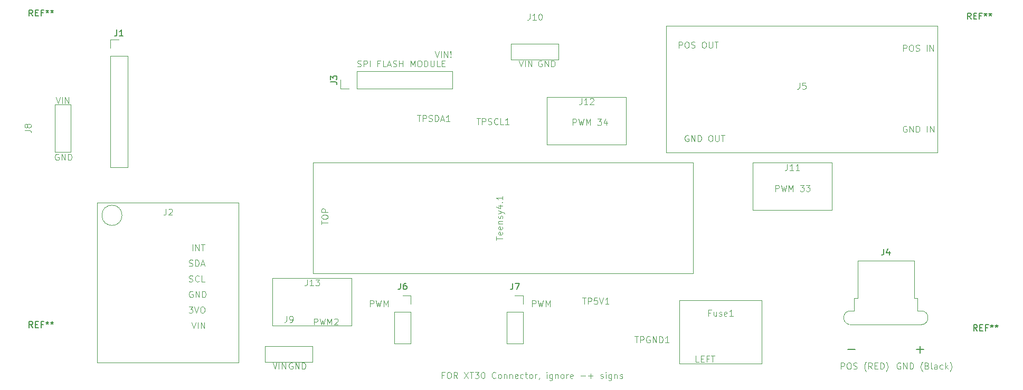
<source format=gbr>
%TF.GenerationSoftware,KiCad,Pcbnew,9.0.1*%
%TF.CreationDate,2025-07-12T13:39:09+10:00*%
%TF.ProjectId,TvcTHTPcb,54766354-4854-4506-9362-2e6b69636164,rev?*%
%TF.SameCoordinates,Original*%
%TF.FileFunction,Legend,Top*%
%TF.FilePolarity,Positive*%
%FSLAX46Y46*%
G04 Gerber Fmt 4.6, Leading zero omitted, Abs format (unit mm)*
G04 Created by KiCad (PCBNEW 9.0.1) date 2025-07-12 13:39:09*
%MOMM*%
%LPD*%
G01*
G04 APERTURE LIST*
%ADD10C,0.100000*%
%ADD11C,0.150000*%
%ADD12C,0.120000*%
G04 APERTURE END LIST*
D10*
X138661027Y-78872419D02*
X138994360Y-79872419D01*
X138994360Y-79872419D02*
X139327693Y-78872419D01*
X139661027Y-79872419D02*
X139661027Y-78872419D01*
X140137217Y-79872419D02*
X140137217Y-78872419D01*
X140137217Y-78872419D02*
X140708645Y-79872419D01*
X140708645Y-79872419D02*
X140708645Y-78872419D01*
X141184836Y-79777180D02*
X141232455Y-79824800D01*
X141232455Y-79824800D02*
X141184836Y-79872419D01*
X141184836Y-79872419D02*
X141137217Y-79824800D01*
X141137217Y-79824800D02*
X141184836Y-79777180D01*
X141184836Y-79777180D02*
X141184836Y-79872419D01*
X141184836Y-79491466D02*
X141137217Y-78920038D01*
X141137217Y-78920038D02*
X141184836Y-78872419D01*
X141184836Y-78872419D02*
X141232455Y-78920038D01*
X141232455Y-78920038D02*
X141184836Y-79491466D01*
X141184836Y-79491466D02*
X141184836Y-78872419D01*
X126256265Y-81324800D02*
X126399122Y-81372419D01*
X126399122Y-81372419D02*
X126637217Y-81372419D01*
X126637217Y-81372419D02*
X126732455Y-81324800D01*
X126732455Y-81324800D02*
X126780074Y-81277180D01*
X126780074Y-81277180D02*
X126827693Y-81181942D01*
X126827693Y-81181942D02*
X126827693Y-81086704D01*
X126827693Y-81086704D02*
X126780074Y-80991466D01*
X126780074Y-80991466D02*
X126732455Y-80943847D01*
X126732455Y-80943847D02*
X126637217Y-80896228D01*
X126637217Y-80896228D02*
X126446741Y-80848609D01*
X126446741Y-80848609D02*
X126351503Y-80800990D01*
X126351503Y-80800990D02*
X126303884Y-80753371D01*
X126303884Y-80753371D02*
X126256265Y-80658133D01*
X126256265Y-80658133D02*
X126256265Y-80562895D01*
X126256265Y-80562895D02*
X126303884Y-80467657D01*
X126303884Y-80467657D02*
X126351503Y-80420038D01*
X126351503Y-80420038D02*
X126446741Y-80372419D01*
X126446741Y-80372419D02*
X126684836Y-80372419D01*
X126684836Y-80372419D02*
X126827693Y-80420038D01*
X127256265Y-81372419D02*
X127256265Y-80372419D01*
X127256265Y-80372419D02*
X127637217Y-80372419D01*
X127637217Y-80372419D02*
X127732455Y-80420038D01*
X127732455Y-80420038D02*
X127780074Y-80467657D01*
X127780074Y-80467657D02*
X127827693Y-80562895D01*
X127827693Y-80562895D02*
X127827693Y-80705752D01*
X127827693Y-80705752D02*
X127780074Y-80800990D01*
X127780074Y-80800990D02*
X127732455Y-80848609D01*
X127732455Y-80848609D02*
X127637217Y-80896228D01*
X127637217Y-80896228D02*
X127256265Y-80896228D01*
X128256265Y-81372419D02*
X128256265Y-80372419D01*
X129827693Y-80848609D02*
X129494360Y-80848609D01*
X129494360Y-81372419D02*
X129494360Y-80372419D01*
X129494360Y-80372419D02*
X129970550Y-80372419D01*
X130827693Y-81372419D02*
X130351503Y-81372419D01*
X130351503Y-81372419D02*
X130351503Y-80372419D01*
X131113408Y-81086704D02*
X131589598Y-81086704D01*
X131018170Y-81372419D02*
X131351503Y-80372419D01*
X131351503Y-80372419D02*
X131684836Y-81372419D01*
X131970551Y-81324800D02*
X132113408Y-81372419D01*
X132113408Y-81372419D02*
X132351503Y-81372419D01*
X132351503Y-81372419D02*
X132446741Y-81324800D01*
X132446741Y-81324800D02*
X132494360Y-81277180D01*
X132494360Y-81277180D02*
X132541979Y-81181942D01*
X132541979Y-81181942D02*
X132541979Y-81086704D01*
X132541979Y-81086704D02*
X132494360Y-80991466D01*
X132494360Y-80991466D02*
X132446741Y-80943847D01*
X132446741Y-80943847D02*
X132351503Y-80896228D01*
X132351503Y-80896228D02*
X132161027Y-80848609D01*
X132161027Y-80848609D02*
X132065789Y-80800990D01*
X132065789Y-80800990D02*
X132018170Y-80753371D01*
X132018170Y-80753371D02*
X131970551Y-80658133D01*
X131970551Y-80658133D02*
X131970551Y-80562895D01*
X131970551Y-80562895D02*
X132018170Y-80467657D01*
X132018170Y-80467657D02*
X132065789Y-80420038D01*
X132065789Y-80420038D02*
X132161027Y-80372419D01*
X132161027Y-80372419D02*
X132399122Y-80372419D01*
X132399122Y-80372419D02*
X132541979Y-80420038D01*
X132970551Y-81372419D02*
X132970551Y-80372419D01*
X132970551Y-80848609D02*
X133541979Y-80848609D01*
X133541979Y-81372419D02*
X133541979Y-80372419D01*
X134780075Y-81372419D02*
X134780075Y-80372419D01*
X134780075Y-80372419D02*
X135113408Y-81086704D01*
X135113408Y-81086704D02*
X135446741Y-80372419D01*
X135446741Y-80372419D02*
X135446741Y-81372419D01*
X136113408Y-80372419D02*
X136303884Y-80372419D01*
X136303884Y-80372419D02*
X136399122Y-80420038D01*
X136399122Y-80420038D02*
X136494360Y-80515276D01*
X136494360Y-80515276D02*
X136541979Y-80705752D01*
X136541979Y-80705752D02*
X136541979Y-81039085D01*
X136541979Y-81039085D02*
X136494360Y-81229561D01*
X136494360Y-81229561D02*
X136399122Y-81324800D01*
X136399122Y-81324800D02*
X136303884Y-81372419D01*
X136303884Y-81372419D02*
X136113408Y-81372419D01*
X136113408Y-81372419D02*
X136018170Y-81324800D01*
X136018170Y-81324800D02*
X135922932Y-81229561D01*
X135922932Y-81229561D02*
X135875313Y-81039085D01*
X135875313Y-81039085D02*
X135875313Y-80705752D01*
X135875313Y-80705752D02*
X135922932Y-80515276D01*
X135922932Y-80515276D02*
X136018170Y-80420038D01*
X136018170Y-80420038D02*
X136113408Y-80372419D01*
X136970551Y-81372419D02*
X136970551Y-80372419D01*
X136970551Y-80372419D02*
X137208646Y-80372419D01*
X137208646Y-80372419D02*
X137351503Y-80420038D01*
X137351503Y-80420038D02*
X137446741Y-80515276D01*
X137446741Y-80515276D02*
X137494360Y-80610514D01*
X137494360Y-80610514D02*
X137541979Y-80800990D01*
X137541979Y-80800990D02*
X137541979Y-80943847D01*
X137541979Y-80943847D02*
X137494360Y-81134323D01*
X137494360Y-81134323D02*
X137446741Y-81229561D01*
X137446741Y-81229561D02*
X137351503Y-81324800D01*
X137351503Y-81324800D02*
X137208646Y-81372419D01*
X137208646Y-81372419D02*
X136970551Y-81372419D01*
X137970551Y-80372419D02*
X137970551Y-81181942D01*
X137970551Y-81181942D02*
X138018170Y-81277180D01*
X138018170Y-81277180D02*
X138065789Y-81324800D01*
X138065789Y-81324800D02*
X138161027Y-81372419D01*
X138161027Y-81372419D02*
X138351503Y-81372419D01*
X138351503Y-81372419D02*
X138446741Y-81324800D01*
X138446741Y-81324800D02*
X138494360Y-81277180D01*
X138494360Y-81277180D02*
X138541979Y-81181942D01*
X138541979Y-81181942D02*
X138541979Y-80372419D01*
X139494360Y-81372419D02*
X139018170Y-81372419D01*
X139018170Y-81372419D02*
X139018170Y-80372419D01*
X139827694Y-80848609D02*
X140161027Y-80848609D01*
X140303884Y-81372419D02*
X139827694Y-81372419D01*
X139827694Y-81372419D02*
X139827694Y-80372419D01*
X139827694Y-80372419D02*
X140303884Y-80372419D01*
X112661027Y-128872419D02*
X112994360Y-129872419D01*
X112994360Y-129872419D02*
X113327693Y-128872419D01*
X113661027Y-129872419D02*
X113661027Y-128872419D01*
X114137217Y-129872419D02*
X114137217Y-128872419D01*
X114137217Y-128872419D02*
X114708645Y-129872419D01*
X114708645Y-129872419D02*
X114708645Y-128872419D01*
X214327693Y-90920038D02*
X214232455Y-90872419D01*
X214232455Y-90872419D02*
X214089598Y-90872419D01*
X214089598Y-90872419D02*
X213946741Y-90920038D01*
X213946741Y-90920038D02*
X213851503Y-91015276D01*
X213851503Y-91015276D02*
X213803884Y-91110514D01*
X213803884Y-91110514D02*
X213756265Y-91300990D01*
X213756265Y-91300990D02*
X213756265Y-91443847D01*
X213756265Y-91443847D02*
X213803884Y-91634323D01*
X213803884Y-91634323D02*
X213851503Y-91729561D01*
X213851503Y-91729561D02*
X213946741Y-91824800D01*
X213946741Y-91824800D02*
X214089598Y-91872419D01*
X214089598Y-91872419D02*
X214184836Y-91872419D01*
X214184836Y-91872419D02*
X214327693Y-91824800D01*
X214327693Y-91824800D02*
X214375312Y-91777180D01*
X214375312Y-91777180D02*
X214375312Y-91443847D01*
X214375312Y-91443847D02*
X214184836Y-91443847D01*
X214803884Y-91872419D02*
X214803884Y-90872419D01*
X214803884Y-90872419D02*
X215375312Y-91872419D01*
X215375312Y-91872419D02*
X215375312Y-90872419D01*
X215851503Y-91872419D02*
X215851503Y-90872419D01*
X215851503Y-90872419D02*
X216089598Y-90872419D01*
X216089598Y-90872419D02*
X216232455Y-90920038D01*
X216232455Y-90920038D02*
X216327693Y-91015276D01*
X216327693Y-91015276D02*
X216375312Y-91110514D01*
X216375312Y-91110514D02*
X216422931Y-91300990D01*
X216422931Y-91300990D02*
X216422931Y-91443847D01*
X216422931Y-91443847D02*
X216375312Y-91634323D01*
X216375312Y-91634323D02*
X216327693Y-91729561D01*
X216327693Y-91729561D02*
X216232455Y-91824800D01*
X216232455Y-91824800D02*
X216089598Y-91872419D01*
X216089598Y-91872419D02*
X215851503Y-91872419D01*
X217613408Y-91872419D02*
X217613408Y-90872419D01*
X218089598Y-91872419D02*
X218089598Y-90872419D01*
X218089598Y-90872419D02*
X218661026Y-91872419D01*
X218661026Y-91872419D02*
X218661026Y-90872419D01*
X115827693Y-128920038D02*
X115732455Y-128872419D01*
X115732455Y-128872419D02*
X115589598Y-128872419D01*
X115589598Y-128872419D02*
X115446741Y-128920038D01*
X115446741Y-128920038D02*
X115351503Y-129015276D01*
X115351503Y-129015276D02*
X115303884Y-129110514D01*
X115303884Y-129110514D02*
X115256265Y-129300990D01*
X115256265Y-129300990D02*
X115256265Y-129443847D01*
X115256265Y-129443847D02*
X115303884Y-129634323D01*
X115303884Y-129634323D02*
X115351503Y-129729561D01*
X115351503Y-129729561D02*
X115446741Y-129824800D01*
X115446741Y-129824800D02*
X115589598Y-129872419D01*
X115589598Y-129872419D02*
X115684836Y-129872419D01*
X115684836Y-129872419D02*
X115827693Y-129824800D01*
X115827693Y-129824800D02*
X115875312Y-129777180D01*
X115875312Y-129777180D02*
X115875312Y-129443847D01*
X115875312Y-129443847D02*
X115684836Y-129443847D01*
X116303884Y-129872419D02*
X116303884Y-128872419D01*
X116303884Y-128872419D02*
X116875312Y-129872419D01*
X116875312Y-129872419D02*
X116875312Y-128872419D01*
X117351503Y-129872419D02*
X117351503Y-128872419D01*
X117351503Y-128872419D02*
X117589598Y-128872419D01*
X117589598Y-128872419D02*
X117732455Y-128920038D01*
X117732455Y-128920038D02*
X117827693Y-129015276D01*
X117827693Y-129015276D02*
X117875312Y-129110514D01*
X117875312Y-129110514D02*
X117922931Y-129300990D01*
X117922931Y-129300990D02*
X117922931Y-129443847D01*
X117922931Y-129443847D02*
X117875312Y-129634323D01*
X117875312Y-129634323D02*
X117827693Y-129729561D01*
X117827693Y-129729561D02*
X117732455Y-129824800D01*
X117732455Y-129824800D02*
X117589598Y-129872419D01*
X117589598Y-129872419D02*
X117351503Y-129872419D01*
X193303884Y-101372419D02*
X193303884Y-100372419D01*
X193303884Y-100372419D02*
X193684836Y-100372419D01*
X193684836Y-100372419D02*
X193780074Y-100420038D01*
X193780074Y-100420038D02*
X193827693Y-100467657D01*
X193827693Y-100467657D02*
X193875312Y-100562895D01*
X193875312Y-100562895D02*
X193875312Y-100705752D01*
X193875312Y-100705752D02*
X193827693Y-100800990D01*
X193827693Y-100800990D02*
X193780074Y-100848609D01*
X193780074Y-100848609D02*
X193684836Y-100896228D01*
X193684836Y-100896228D02*
X193303884Y-100896228D01*
X194208646Y-100372419D02*
X194446741Y-101372419D01*
X194446741Y-101372419D02*
X194637217Y-100658133D01*
X194637217Y-100658133D02*
X194827693Y-101372419D01*
X194827693Y-101372419D02*
X195065789Y-100372419D01*
X195446741Y-101372419D02*
X195446741Y-100372419D01*
X195446741Y-100372419D02*
X195780074Y-101086704D01*
X195780074Y-101086704D02*
X196113407Y-100372419D01*
X196113407Y-100372419D02*
X196113407Y-101372419D01*
X197256265Y-100372419D02*
X197875312Y-100372419D01*
X197875312Y-100372419D02*
X197541979Y-100753371D01*
X197541979Y-100753371D02*
X197684836Y-100753371D01*
X197684836Y-100753371D02*
X197780074Y-100800990D01*
X197780074Y-100800990D02*
X197827693Y-100848609D01*
X197827693Y-100848609D02*
X197875312Y-100943847D01*
X197875312Y-100943847D02*
X197875312Y-101181942D01*
X197875312Y-101181942D02*
X197827693Y-101277180D01*
X197827693Y-101277180D02*
X197780074Y-101324800D01*
X197780074Y-101324800D02*
X197684836Y-101372419D01*
X197684836Y-101372419D02*
X197399122Y-101372419D01*
X197399122Y-101372419D02*
X197303884Y-101324800D01*
X197303884Y-101324800D02*
X197256265Y-101277180D01*
X198208646Y-100372419D02*
X198827693Y-100372419D01*
X198827693Y-100372419D02*
X198494360Y-100753371D01*
X198494360Y-100753371D02*
X198637217Y-100753371D01*
X198637217Y-100753371D02*
X198732455Y-100800990D01*
X198732455Y-100800990D02*
X198780074Y-100848609D01*
X198780074Y-100848609D02*
X198827693Y-100943847D01*
X198827693Y-100943847D02*
X198827693Y-101181942D01*
X198827693Y-101181942D02*
X198780074Y-101277180D01*
X198780074Y-101277180D02*
X198732455Y-101324800D01*
X198732455Y-101324800D02*
X198637217Y-101372419D01*
X198637217Y-101372419D02*
X198351503Y-101372419D01*
X198351503Y-101372419D02*
X198256265Y-101324800D01*
X198256265Y-101324800D02*
X198208646Y-101277180D01*
X140137217Y-130848609D02*
X139803884Y-130848609D01*
X139803884Y-131372419D02*
X139803884Y-130372419D01*
X139803884Y-130372419D02*
X140280074Y-130372419D01*
X140851503Y-130372419D02*
X141041979Y-130372419D01*
X141041979Y-130372419D02*
X141137217Y-130420038D01*
X141137217Y-130420038D02*
X141232455Y-130515276D01*
X141232455Y-130515276D02*
X141280074Y-130705752D01*
X141280074Y-130705752D02*
X141280074Y-131039085D01*
X141280074Y-131039085D02*
X141232455Y-131229561D01*
X141232455Y-131229561D02*
X141137217Y-131324800D01*
X141137217Y-131324800D02*
X141041979Y-131372419D01*
X141041979Y-131372419D02*
X140851503Y-131372419D01*
X140851503Y-131372419D02*
X140756265Y-131324800D01*
X140756265Y-131324800D02*
X140661027Y-131229561D01*
X140661027Y-131229561D02*
X140613408Y-131039085D01*
X140613408Y-131039085D02*
X140613408Y-130705752D01*
X140613408Y-130705752D02*
X140661027Y-130515276D01*
X140661027Y-130515276D02*
X140756265Y-130420038D01*
X140756265Y-130420038D02*
X140851503Y-130372419D01*
X142280074Y-131372419D02*
X141946741Y-130896228D01*
X141708646Y-131372419D02*
X141708646Y-130372419D01*
X141708646Y-130372419D02*
X142089598Y-130372419D01*
X142089598Y-130372419D02*
X142184836Y-130420038D01*
X142184836Y-130420038D02*
X142232455Y-130467657D01*
X142232455Y-130467657D02*
X142280074Y-130562895D01*
X142280074Y-130562895D02*
X142280074Y-130705752D01*
X142280074Y-130705752D02*
X142232455Y-130800990D01*
X142232455Y-130800990D02*
X142184836Y-130848609D01*
X142184836Y-130848609D02*
X142089598Y-130896228D01*
X142089598Y-130896228D02*
X141708646Y-130896228D01*
X143375313Y-130372419D02*
X144041979Y-131372419D01*
X144041979Y-130372419D02*
X143375313Y-131372419D01*
X144280075Y-130372419D02*
X144851503Y-130372419D01*
X144565789Y-131372419D02*
X144565789Y-130372419D01*
X145089599Y-130372419D02*
X145708646Y-130372419D01*
X145708646Y-130372419D02*
X145375313Y-130753371D01*
X145375313Y-130753371D02*
X145518170Y-130753371D01*
X145518170Y-130753371D02*
X145613408Y-130800990D01*
X145613408Y-130800990D02*
X145661027Y-130848609D01*
X145661027Y-130848609D02*
X145708646Y-130943847D01*
X145708646Y-130943847D02*
X145708646Y-131181942D01*
X145708646Y-131181942D02*
X145661027Y-131277180D01*
X145661027Y-131277180D02*
X145613408Y-131324800D01*
X145613408Y-131324800D02*
X145518170Y-131372419D01*
X145518170Y-131372419D02*
X145232456Y-131372419D01*
X145232456Y-131372419D02*
X145137218Y-131324800D01*
X145137218Y-131324800D02*
X145089599Y-131277180D01*
X146327694Y-130372419D02*
X146422932Y-130372419D01*
X146422932Y-130372419D02*
X146518170Y-130420038D01*
X146518170Y-130420038D02*
X146565789Y-130467657D01*
X146565789Y-130467657D02*
X146613408Y-130562895D01*
X146613408Y-130562895D02*
X146661027Y-130753371D01*
X146661027Y-130753371D02*
X146661027Y-130991466D01*
X146661027Y-130991466D02*
X146613408Y-131181942D01*
X146613408Y-131181942D02*
X146565789Y-131277180D01*
X146565789Y-131277180D02*
X146518170Y-131324800D01*
X146518170Y-131324800D02*
X146422932Y-131372419D01*
X146422932Y-131372419D02*
X146327694Y-131372419D01*
X146327694Y-131372419D02*
X146232456Y-131324800D01*
X146232456Y-131324800D02*
X146184837Y-131277180D01*
X146184837Y-131277180D02*
X146137218Y-131181942D01*
X146137218Y-131181942D02*
X146089599Y-130991466D01*
X146089599Y-130991466D02*
X146089599Y-130753371D01*
X146089599Y-130753371D02*
X146137218Y-130562895D01*
X146137218Y-130562895D02*
X146184837Y-130467657D01*
X146184837Y-130467657D02*
X146232456Y-130420038D01*
X146232456Y-130420038D02*
X146327694Y-130372419D01*
X148422932Y-131277180D02*
X148375313Y-131324800D01*
X148375313Y-131324800D02*
X148232456Y-131372419D01*
X148232456Y-131372419D02*
X148137218Y-131372419D01*
X148137218Y-131372419D02*
X147994361Y-131324800D01*
X147994361Y-131324800D02*
X147899123Y-131229561D01*
X147899123Y-131229561D02*
X147851504Y-131134323D01*
X147851504Y-131134323D02*
X147803885Y-130943847D01*
X147803885Y-130943847D02*
X147803885Y-130800990D01*
X147803885Y-130800990D02*
X147851504Y-130610514D01*
X147851504Y-130610514D02*
X147899123Y-130515276D01*
X147899123Y-130515276D02*
X147994361Y-130420038D01*
X147994361Y-130420038D02*
X148137218Y-130372419D01*
X148137218Y-130372419D02*
X148232456Y-130372419D01*
X148232456Y-130372419D02*
X148375313Y-130420038D01*
X148375313Y-130420038D02*
X148422932Y-130467657D01*
X148994361Y-131372419D02*
X148899123Y-131324800D01*
X148899123Y-131324800D02*
X148851504Y-131277180D01*
X148851504Y-131277180D02*
X148803885Y-131181942D01*
X148803885Y-131181942D02*
X148803885Y-130896228D01*
X148803885Y-130896228D02*
X148851504Y-130800990D01*
X148851504Y-130800990D02*
X148899123Y-130753371D01*
X148899123Y-130753371D02*
X148994361Y-130705752D01*
X148994361Y-130705752D02*
X149137218Y-130705752D01*
X149137218Y-130705752D02*
X149232456Y-130753371D01*
X149232456Y-130753371D02*
X149280075Y-130800990D01*
X149280075Y-130800990D02*
X149327694Y-130896228D01*
X149327694Y-130896228D02*
X149327694Y-131181942D01*
X149327694Y-131181942D02*
X149280075Y-131277180D01*
X149280075Y-131277180D02*
X149232456Y-131324800D01*
X149232456Y-131324800D02*
X149137218Y-131372419D01*
X149137218Y-131372419D02*
X148994361Y-131372419D01*
X149756266Y-130705752D02*
X149756266Y-131372419D01*
X149756266Y-130800990D02*
X149803885Y-130753371D01*
X149803885Y-130753371D02*
X149899123Y-130705752D01*
X149899123Y-130705752D02*
X150041980Y-130705752D01*
X150041980Y-130705752D02*
X150137218Y-130753371D01*
X150137218Y-130753371D02*
X150184837Y-130848609D01*
X150184837Y-130848609D02*
X150184837Y-131372419D01*
X150661028Y-130705752D02*
X150661028Y-131372419D01*
X150661028Y-130800990D02*
X150708647Y-130753371D01*
X150708647Y-130753371D02*
X150803885Y-130705752D01*
X150803885Y-130705752D02*
X150946742Y-130705752D01*
X150946742Y-130705752D02*
X151041980Y-130753371D01*
X151041980Y-130753371D02*
X151089599Y-130848609D01*
X151089599Y-130848609D02*
X151089599Y-131372419D01*
X151946742Y-131324800D02*
X151851504Y-131372419D01*
X151851504Y-131372419D02*
X151661028Y-131372419D01*
X151661028Y-131372419D02*
X151565790Y-131324800D01*
X151565790Y-131324800D02*
X151518171Y-131229561D01*
X151518171Y-131229561D02*
X151518171Y-130848609D01*
X151518171Y-130848609D02*
X151565790Y-130753371D01*
X151565790Y-130753371D02*
X151661028Y-130705752D01*
X151661028Y-130705752D02*
X151851504Y-130705752D01*
X151851504Y-130705752D02*
X151946742Y-130753371D01*
X151946742Y-130753371D02*
X151994361Y-130848609D01*
X151994361Y-130848609D02*
X151994361Y-130943847D01*
X151994361Y-130943847D02*
X151518171Y-131039085D01*
X152851504Y-131324800D02*
X152756266Y-131372419D01*
X152756266Y-131372419D02*
X152565790Y-131372419D01*
X152565790Y-131372419D02*
X152470552Y-131324800D01*
X152470552Y-131324800D02*
X152422933Y-131277180D01*
X152422933Y-131277180D02*
X152375314Y-131181942D01*
X152375314Y-131181942D02*
X152375314Y-130896228D01*
X152375314Y-130896228D02*
X152422933Y-130800990D01*
X152422933Y-130800990D02*
X152470552Y-130753371D01*
X152470552Y-130753371D02*
X152565790Y-130705752D01*
X152565790Y-130705752D02*
X152756266Y-130705752D01*
X152756266Y-130705752D02*
X152851504Y-130753371D01*
X153137219Y-130705752D02*
X153518171Y-130705752D01*
X153280076Y-130372419D02*
X153280076Y-131229561D01*
X153280076Y-131229561D02*
X153327695Y-131324800D01*
X153327695Y-131324800D02*
X153422933Y-131372419D01*
X153422933Y-131372419D02*
X153518171Y-131372419D01*
X153994362Y-131372419D02*
X153899124Y-131324800D01*
X153899124Y-131324800D02*
X153851505Y-131277180D01*
X153851505Y-131277180D02*
X153803886Y-131181942D01*
X153803886Y-131181942D02*
X153803886Y-130896228D01*
X153803886Y-130896228D02*
X153851505Y-130800990D01*
X153851505Y-130800990D02*
X153899124Y-130753371D01*
X153899124Y-130753371D02*
X153994362Y-130705752D01*
X153994362Y-130705752D02*
X154137219Y-130705752D01*
X154137219Y-130705752D02*
X154232457Y-130753371D01*
X154232457Y-130753371D02*
X154280076Y-130800990D01*
X154280076Y-130800990D02*
X154327695Y-130896228D01*
X154327695Y-130896228D02*
X154327695Y-131181942D01*
X154327695Y-131181942D02*
X154280076Y-131277180D01*
X154280076Y-131277180D02*
X154232457Y-131324800D01*
X154232457Y-131324800D02*
X154137219Y-131372419D01*
X154137219Y-131372419D02*
X153994362Y-131372419D01*
X154756267Y-131372419D02*
X154756267Y-130705752D01*
X154756267Y-130896228D02*
X154803886Y-130800990D01*
X154803886Y-130800990D02*
X154851505Y-130753371D01*
X154851505Y-130753371D02*
X154946743Y-130705752D01*
X154946743Y-130705752D02*
X155041981Y-130705752D01*
X155422934Y-131324800D02*
X155422934Y-131372419D01*
X155422934Y-131372419D02*
X155375315Y-131467657D01*
X155375315Y-131467657D02*
X155327696Y-131515276D01*
X156613410Y-131372419D02*
X156613410Y-130705752D01*
X156613410Y-130372419D02*
X156565791Y-130420038D01*
X156565791Y-130420038D02*
X156613410Y-130467657D01*
X156613410Y-130467657D02*
X156661029Y-130420038D01*
X156661029Y-130420038D02*
X156613410Y-130372419D01*
X156613410Y-130372419D02*
X156613410Y-130467657D01*
X157518171Y-130705752D02*
X157518171Y-131515276D01*
X157518171Y-131515276D02*
X157470552Y-131610514D01*
X157470552Y-131610514D02*
X157422933Y-131658133D01*
X157422933Y-131658133D02*
X157327695Y-131705752D01*
X157327695Y-131705752D02*
X157184838Y-131705752D01*
X157184838Y-131705752D02*
X157089600Y-131658133D01*
X157518171Y-131324800D02*
X157422933Y-131372419D01*
X157422933Y-131372419D02*
X157232457Y-131372419D01*
X157232457Y-131372419D02*
X157137219Y-131324800D01*
X157137219Y-131324800D02*
X157089600Y-131277180D01*
X157089600Y-131277180D02*
X157041981Y-131181942D01*
X157041981Y-131181942D02*
X157041981Y-130896228D01*
X157041981Y-130896228D02*
X157089600Y-130800990D01*
X157089600Y-130800990D02*
X157137219Y-130753371D01*
X157137219Y-130753371D02*
X157232457Y-130705752D01*
X157232457Y-130705752D02*
X157422933Y-130705752D01*
X157422933Y-130705752D02*
X157518171Y-130753371D01*
X157994362Y-130705752D02*
X157994362Y-131372419D01*
X157994362Y-130800990D02*
X158041981Y-130753371D01*
X158041981Y-130753371D02*
X158137219Y-130705752D01*
X158137219Y-130705752D02*
X158280076Y-130705752D01*
X158280076Y-130705752D02*
X158375314Y-130753371D01*
X158375314Y-130753371D02*
X158422933Y-130848609D01*
X158422933Y-130848609D02*
X158422933Y-131372419D01*
X159041981Y-131372419D02*
X158946743Y-131324800D01*
X158946743Y-131324800D02*
X158899124Y-131277180D01*
X158899124Y-131277180D02*
X158851505Y-131181942D01*
X158851505Y-131181942D02*
X158851505Y-130896228D01*
X158851505Y-130896228D02*
X158899124Y-130800990D01*
X158899124Y-130800990D02*
X158946743Y-130753371D01*
X158946743Y-130753371D02*
X159041981Y-130705752D01*
X159041981Y-130705752D02*
X159184838Y-130705752D01*
X159184838Y-130705752D02*
X159280076Y-130753371D01*
X159280076Y-130753371D02*
X159327695Y-130800990D01*
X159327695Y-130800990D02*
X159375314Y-130896228D01*
X159375314Y-130896228D02*
X159375314Y-131181942D01*
X159375314Y-131181942D02*
X159327695Y-131277180D01*
X159327695Y-131277180D02*
X159280076Y-131324800D01*
X159280076Y-131324800D02*
X159184838Y-131372419D01*
X159184838Y-131372419D02*
X159041981Y-131372419D01*
X159803886Y-131372419D02*
X159803886Y-130705752D01*
X159803886Y-130896228D02*
X159851505Y-130800990D01*
X159851505Y-130800990D02*
X159899124Y-130753371D01*
X159899124Y-130753371D02*
X159994362Y-130705752D01*
X159994362Y-130705752D02*
X160089600Y-130705752D01*
X160803886Y-131324800D02*
X160708648Y-131372419D01*
X160708648Y-131372419D02*
X160518172Y-131372419D01*
X160518172Y-131372419D02*
X160422934Y-131324800D01*
X160422934Y-131324800D02*
X160375315Y-131229561D01*
X160375315Y-131229561D02*
X160375315Y-130848609D01*
X160375315Y-130848609D02*
X160422934Y-130753371D01*
X160422934Y-130753371D02*
X160518172Y-130705752D01*
X160518172Y-130705752D02*
X160708648Y-130705752D01*
X160708648Y-130705752D02*
X160803886Y-130753371D01*
X160803886Y-130753371D02*
X160851505Y-130848609D01*
X160851505Y-130848609D02*
X160851505Y-130943847D01*
X160851505Y-130943847D02*
X160375315Y-131039085D01*
X162041982Y-130991466D02*
X162803887Y-130991466D01*
X163280077Y-130991466D02*
X164041982Y-130991466D01*
X163661029Y-131372419D02*
X163661029Y-130610514D01*
X165232458Y-131324800D02*
X165327696Y-131372419D01*
X165327696Y-131372419D02*
X165518172Y-131372419D01*
X165518172Y-131372419D02*
X165613410Y-131324800D01*
X165613410Y-131324800D02*
X165661029Y-131229561D01*
X165661029Y-131229561D02*
X165661029Y-131181942D01*
X165661029Y-131181942D02*
X165613410Y-131086704D01*
X165613410Y-131086704D02*
X165518172Y-131039085D01*
X165518172Y-131039085D02*
X165375315Y-131039085D01*
X165375315Y-131039085D02*
X165280077Y-130991466D01*
X165280077Y-130991466D02*
X165232458Y-130896228D01*
X165232458Y-130896228D02*
X165232458Y-130848609D01*
X165232458Y-130848609D02*
X165280077Y-130753371D01*
X165280077Y-130753371D02*
X165375315Y-130705752D01*
X165375315Y-130705752D02*
X165518172Y-130705752D01*
X165518172Y-130705752D02*
X165613410Y-130753371D01*
X166089601Y-131372419D02*
X166089601Y-130705752D01*
X166089601Y-130372419D02*
X166041982Y-130420038D01*
X166041982Y-130420038D02*
X166089601Y-130467657D01*
X166089601Y-130467657D02*
X166137220Y-130420038D01*
X166137220Y-130420038D02*
X166089601Y-130372419D01*
X166089601Y-130372419D02*
X166089601Y-130467657D01*
X166994362Y-130705752D02*
X166994362Y-131515276D01*
X166994362Y-131515276D02*
X166946743Y-131610514D01*
X166946743Y-131610514D02*
X166899124Y-131658133D01*
X166899124Y-131658133D02*
X166803886Y-131705752D01*
X166803886Y-131705752D02*
X166661029Y-131705752D01*
X166661029Y-131705752D02*
X166565791Y-131658133D01*
X166994362Y-131324800D02*
X166899124Y-131372419D01*
X166899124Y-131372419D02*
X166708648Y-131372419D01*
X166708648Y-131372419D02*
X166613410Y-131324800D01*
X166613410Y-131324800D02*
X166565791Y-131277180D01*
X166565791Y-131277180D02*
X166518172Y-131181942D01*
X166518172Y-131181942D02*
X166518172Y-130896228D01*
X166518172Y-130896228D02*
X166565791Y-130800990D01*
X166565791Y-130800990D02*
X166613410Y-130753371D01*
X166613410Y-130753371D02*
X166708648Y-130705752D01*
X166708648Y-130705752D02*
X166899124Y-130705752D01*
X166899124Y-130705752D02*
X166994362Y-130753371D01*
X167470553Y-130705752D02*
X167470553Y-131372419D01*
X167470553Y-130800990D02*
X167518172Y-130753371D01*
X167518172Y-130753371D02*
X167613410Y-130705752D01*
X167613410Y-130705752D02*
X167756267Y-130705752D01*
X167756267Y-130705752D02*
X167851505Y-130753371D01*
X167851505Y-130753371D02*
X167899124Y-130848609D01*
X167899124Y-130848609D02*
X167899124Y-131372419D01*
X168327696Y-131324800D02*
X168422934Y-131372419D01*
X168422934Y-131372419D02*
X168613410Y-131372419D01*
X168613410Y-131372419D02*
X168708648Y-131324800D01*
X168708648Y-131324800D02*
X168756267Y-131229561D01*
X168756267Y-131229561D02*
X168756267Y-131181942D01*
X168756267Y-131181942D02*
X168708648Y-131086704D01*
X168708648Y-131086704D02*
X168613410Y-131039085D01*
X168613410Y-131039085D02*
X168470553Y-131039085D01*
X168470553Y-131039085D02*
X168375315Y-130991466D01*
X168375315Y-130991466D02*
X168327696Y-130896228D01*
X168327696Y-130896228D02*
X168327696Y-130848609D01*
X168327696Y-130848609D02*
X168375315Y-130753371D01*
X168375315Y-130753371D02*
X168470553Y-130705752D01*
X168470553Y-130705752D02*
X168613410Y-130705752D01*
X168613410Y-130705752D02*
X168708648Y-130753371D01*
X99803884Y-110872419D02*
X99803884Y-109872419D01*
X100280074Y-110872419D02*
X100280074Y-109872419D01*
X100280074Y-109872419D02*
X100851502Y-110872419D01*
X100851502Y-110872419D02*
X100851502Y-109872419D01*
X101184836Y-109872419D02*
X101756264Y-109872419D01*
X101470550Y-110872419D02*
X101470550Y-109872419D01*
X179327693Y-92420038D02*
X179232455Y-92372419D01*
X179232455Y-92372419D02*
X179089598Y-92372419D01*
X179089598Y-92372419D02*
X178946741Y-92420038D01*
X178946741Y-92420038D02*
X178851503Y-92515276D01*
X178851503Y-92515276D02*
X178803884Y-92610514D01*
X178803884Y-92610514D02*
X178756265Y-92800990D01*
X178756265Y-92800990D02*
X178756265Y-92943847D01*
X178756265Y-92943847D02*
X178803884Y-93134323D01*
X178803884Y-93134323D02*
X178851503Y-93229561D01*
X178851503Y-93229561D02*
X178946741Y-93324800D01*
X178946741Y-93324800D02*
X179089598Y-93372419D01*
X179089598Y-93372419D02*
X179184836Y-93372419D01*
X179184836Y-93372419D02*
X179327693Y-93324800D01*
X179327693Y-93324800D02*
X179375312Y-93277180D01*
X179375312Y-93277180D02*
X179375312Y-92943847D01*
X179375312Y-92943847D02*
X179184836Y-92943847D01*
X179803884Y-93372419D02*
X179803884Y-92372419D01*
X179803884Y-92372419D02*
X180375312Y-93372419D01*
X180375312Y-93372419D02*
X180375312Y-92372419D01*
X180851503Y-93372419D02*
X180851503Y-92372419D01*
X180851503Y-92372419D02*
X181089598Y-92372419D01*
X181089598Y-92372419D02*
X181232455Y-92420038D01*
X181232455Y-92420038D02*
X181327693Y-92515276D01*
X181327693Y-92515276D02*
X181375312Y-92610514D01*
X181375312Y-92610514D02*
X181422931Y-92800990D01*
X181422931Y-92800990D02*
X181422931Y-92943847D01*
X181422931Y-92943847D02*
X181375312Y-93134323D01*
X181375312Y-93134323D02*
X181327693Y-93229561D01*
X181327693Y-93229561D02*
X181232455Y-93324800D01*
X181232455Y-93324800D02*
X181089598Y-93372419D01*
X181089598Y-93372419D02*
X180851503Y-93372419D01*
X182803884Y-92372419D02*
X182994360Y-92372419D01*
X182994360Y-92372419D02*
X183089598Y-92420038D01*
X183089598Y-92420038D02*
X183184836Y-92515276D01*
X183184836Y-92515276D02*
X183232455Y-92705752D01*
X183232455Y-92705752D02*
X183232455Y-93039085D01*
X183232455Y-93039085D02*
X183184836Y-93229561D01*
X183184836Y-93229561D02*
X183089598Y-93324800D01*
X183089598Y-93324800D02*
X182994360Y-93372419D01*
X182994360Y-93372419D02*
X182803884Y-93372419D01*
X182803884Y-93372419D02*
X182708646Y-93324800D01*
X182708646Y-93324800D02*
X182613408Y-93229561D01*
X182613408Y-93229561D02*
X182565789Y-93039085D01*
X182565789Y-93039085D02*
X182565789Y-92705752D01*
X182565789Y-92705752D02*
X182613408Y-92515276D01*
X182613408Y-92515276D02*
X182708646Y-92420038D01*
X182708646Y-92420038D02*
X182803884Y-92372419D01*
X183661027Y-92372419D02*
X183661027Y-93181942D01*
X183661027Y-93181942D02*
X183708646Y-93277180D01*
X183708646Y-93277180D02*
X183756265Y-93324800D01*
X183756265Y-93324800D02*
X183851503Y-93372419D01*
X183851503Y-93372419D02*
X184041979Y-93372419D01*
X184041979Y-93372419D02*
X184137217Y-93324800D01*
X184137217Y-93324800D02*
X184184836Y-93277180D01*
X184184836Y-93277180D02*
X184232455Y-93181942D01*
X184232455Y-93181942D02*
X184232455Y-92372419D01*
X184565789Y-92372419D02*
X185137217Y-92372419D01*
X184851503Y-93372419D02*
X184851503Y-92372419D01*
X78327693Y-95420038D02*
X78232455Y-95372419D01*
X78232455Y-95372419D02*
X78089598Y-95372419D01*
X78089598Y-95372419D02*
X77946741Y-95420038D01*
X77946741Y-95420038D02*
X77851503Y-95515276D01*
X77851503Y-95515276D02*
X77803884Y-95610514D01*
X77803884Y-95610514D02*
X77756265Y-95800990D01*
X77756265Y-95800990D02*
X77756265Y-95943847D01*
X77756265Y-95943847D02*
X77803884Y-96134323D01*
X77803884Y-96134323D02*
X77851503Y-96229561D01*
X77851503Y-96229561D02*
X77946741Y-96324800D01*
X77946741Y-96324800D02*
X78089598Y-96372419D01*
X78089598Y-96372419D02*
X78184836Y-96372419D01*
X78184836Y-96372419D02*
X78327693Y-96324800D01*
X78327693Y-96324800D02*
X78375312Y-96277180D01*
X78375312Y-96277180D02*
X78375312Y-95943847D01*
X78375312Y-95943847D02*
X78184836Y-95943847D01*
X78803884Y-96372419D02*
X78803884Y-95372419D01*
X78803884Y-95372419D02*
X79375312Y-96372419D01*
X79375312Y-96372419D02*
X79375312Y-95372419D01*
X79851503Y-96372419D02*
X79851503Y-95372419D01*
X79851503Y-95372419D02*
X80089598Y-95372419D01*
X80089598Y-95372419D02*
X80232455Y-95420038D01*
X80232455Y-95420038D02*
X80327693Y-95515276D01*
X80327693Y-95515276D02*
X80375312Y-95610514D01*
X80375312Y-95610514D02*
X80422931Y-95800990D01*
X80422931Y-95800990D02*
X80422931Y-95943847D01*
X80422931Y-95943847D02*
X80375312Y-96134323D01*
X80375312Y-96134323D02*
X80327693Y-96229561D01*
X80327693Y-96229561D02*
X80232455Y-96324800D01*
X80232455Y-96324800D02*
X80089598Y-96372419D01*
X80089598Y-96372419D02*
X79851503Y-96372419D01*
X77891027Y-86292419D02*
X78224360Y-87292419D01*
X78224360Y-87292419D02*
X78557693Y-86292419D01*
X78891027Y-87292419D02*
X78891027Y-86292419D01*
X79367217Y-87292419D02*
X79367217Y-86292419D01*
X79367217Y-86292419D02*
X79938645Y-87292419D01*
X79938645Y-87292419D02*
X79938645Y-86292419D01*
X99256265Y-115844800D02*
X99399122Y-115892419D01*
X99399122Y-115892419D02*
X99637217Y-115892419D01*
X99637217Y-115892419D02*
X99732455Y-115844800D01*
X99732455Y-115844800D02*
X99780074Y-115797180D01*
X99780074Y-115797180D02*
X99827693Y-115701942D01*
X99827693Y-115701942D02*
X99827693Y-115606704D01*
X99827693Y-115606704D02*
X99780074Y-115511466D01*
X99780074Y-115511466D02*
X99732455Y-115463847D01*
X99732455Y-115463847D02*
X99637217Y-115416228D01*
X99637217Y-115416228D02*
X99446741Y-115368609D01*
X99446741Y-115368609D02*
X99351503Y-115320990D01*
X99351503Y-115320990D02*
X99303884Y-115273371D01*
X99303884Y-115273371D02*
X99256265Y-115178133D01*
X99256265Y-115178133D02*
X99256265Y-115082895D01*
X99256265Y-115082895D02*
X99303884Y-114987657D01*
X99303884Y-114987657D02*
X99351503Y-114940038D01*
X99351503Y-114940038D02*
X99446741Y-114892419D01*
X99446741Y-114892419D02*
X99684836Y-114892419D01*
X99684836Y-114892419D02*
X99827693Y-114940038D01*
X100827693Y-115797180D02*
X100780074Y-115844800D01*
X100780074Y-115844800D02*
X100637217Y-115892419D01*
X100637217Y-115892419D02*
X100541979Y-115892419D01*
X100541979Y-115892419D02*
X100399122Y-115844800D01*
X100399122Y-115844800D02*
X100303884Y-115749561D01*
X100303884Y-115749561D02*
X100256265Y-115654323D01*
X100256265Y-115654323D02*
X100208646Y-115463847D01*
X100208646Y-115463847D02*
X100208646Y-115320990D01*
X100208646Y-115320990D02*
X100256265Y-115130514D01*
X100256265Y-115130514D02*
X100303884Y-115035276D01*
X100303884Y-115035276D02*
X100399122Y-114940038D01*
X100399122Y-114940038D02*
X100541979Y-114892419D01*
X100541979Y-114892419D02*
X100637217Y-114892419D01*
X100637217Y-114892419D02*
X100780074Y-114940038D01*
X100780074Y-114940038D02*
X100827693Y-114987657D01*
X101732455Y-115892419D02*
X101256265Y-115892419D01*
X101256265Y-115892419D02*
X101256265Y-114892419D01*
X177803884Y-78372419D02*
X177803884Y-77372419D01*
X177803884Y-77372419D02*
X178184836Y-77372419D01*
X178184836Y-77372419D02*
X178280074Y-77420038D01*
X178280074Y-77420038D02*
X178327693Y-77467657D01*
X178327693Y-77467657D02*
X178375312Y-77562895D01*
X178375312Y-77562895D02*
X178375312Y-77705752D01*
X178375312Y-77705752D02*
X178327693Y-77800990D01*
X178327693Y-77800990D02*
X178280074Y-77848609D01*
X178280074Y-77848609D02*
X178184836Y-77896228D01*
X178184836Y-77896228D02*
X177803884Y-77896228D01*
X178994360Y-77372419D02*
X179184836Y-77372419D01*
X179184836Y-77372419D02*
X179280074Y-77420038D01*
X179280074Y-77420038D02*
X179375312Y-77515276D01*
X179375312Y-77515276D02*
X179422931Y-77705752D01*
X179422931Y-77705752D02*
X179422931Y-78039085D01*
X179422931Y-78039085D02*
X179375312Y-78229561D01*
X179375312Y-78229561D02*
X179280074Y-78324800D01*
X179280074Y-78324800D02*
X179184836Y-78372419D01*
X179184836Y-78372419D02*
X178994360Y-78372419D01*
X178994360Y-78372419D02*
X178899122Y-78324800D01*
X178899122Y-78324800D02*
X178803884Y-78229561D01*
X178803884Y-78229561D02*
X178756265Y-78039085D01*
X178756265Y-78039085D02*
X178756265Y-77705752D01*
X178756265Y-77705752D02*
X178803884Y-77515276D01*
X178803884Y-77515276D02*
X178899122Y-77420038D01*
X178899122Y-77420038D02*
X178994360Y-77372419D01*
X179803884Y-78324800D02*
X179946741Y-78372419D01*
X179946741Y-78372419D02*
X180184836Y-78372419D01*
X180184836Y-78372419D02*
X180280074Y-78324800D01*
X180280074Y-78324800D02*
X180327693Y-78277180D01*
X180327693Y-78277180D02*
X180375312Y-78181942D01*
X180375312Y-78181942D02*
X180375312Y-78086704D01*
X180375312Y-78086704D02*
X180327693Y-77991466D01*
X180327693Y-77991466D02*
X180280074Y-77943847D01*
X180280074Y-77943847D02*
X180184836Y-77896228D01*
X180184836Y-77896228D02*
X179994360Y-77848609D01*
X179994360Y-77848609D02*
X179899122Y-77800990D01*
X179899122Y-77800990D02*
X179851503Y-77753371D01*
X179851503Y-77753371D02*
X179803884Y-77658133D01*
X179803884Y-77658133D02*
X179803884Y-77562895D01*
X179803884Y-77562895D02*
X179851503Y-77467657D01*
X179851503Y-77467657D02*
X179899122Y-77420038D01*
X179899122Y-77420038D02*
X179994360Y-77372419D01*
X179994360Y-77372419D02*
X180232455Y-77372419D01*
X180232455Y-77372419D02*
X180375312Y-77420038D01*
X181756265Y-77372419D02*
X181946741Y-77372419D01*
X181946741Y-77372419D02*
X182041979Y-77420038D01*
X182041979Y-77420038D02*
X182137217Y-77515276D01*
X182137217Y-77515276D02*
X182184836Y-77705752D01*
X182184836Y-77705752D02*
X182184836Y-78039085D01*
X182184836Y-78039085D02*
X182137217Y-78229561D01*
X182137217Y-78229561D02*
X182041979Y-78324800D01*
X182041979Y-78324800D02*
X181946741Y-78372419D01*
X181946741Y-78372419D02*
X181756265Y-78372419D01*
X181756265Y-78372419D02*
X181661027Y-78324800D01*
X181661027Y-78324800D02*
X181565789Y-78229561D01*
X181565789Y-78229561D02*
X181518170Y-78039085D01*
X181518170Y-78039085D02*
X181518170Y-77705752D01*
X181518170Y-77705752D02*
X181565789Y-77515276D01*
X181565789Y-77515276D02*
X181661027Y-77420038D01*
X181661027Y-77420038D02*
X181756265Y-77372419D01*
X182613408Y-77372419D02*
X182613408Y-78181942D01*
X182613408Y-78181942D02*
X182661027Y-78277180D01*
X182661027Y-78277180D02*
X182708646Y-78324800D01*
X182708646Y-78324800D02*
X182803884Y-78372419D01*
X182803884Y-78372419D02*
X182994360Y-78372419D01*
X182994360Y-78372419D02*
X183089598Y-78324800D01*
X183089598Y-78324800D02*
X183137217Y-78277180D01*
X183137217Y-78277180D02*
X183184836Y-78181942D01*
X183184836Y-78181942D02*
X183184836Y-77372419D01*
X183518170Y-77372419D02*
X184089598Y-77372419D01*
X183803884Y-78372419D02*
X183803884Y-77372419D01*
X99827693Y-117420038D02*
X99732455Y-117372419D01*
X99732455Y-117372419D02*
X99589598Y-117372419D01*
X99589598Y-117372419D02*
X99446741Y-117420038D01*
X99446741Y-117420038D02*
X99351503Y-117515276D01*
X99351503Y-117515276D02*
X99303884Y-117610514D01*
X99303884Y-117610514D02*
X99256265Y-117800990D01*
X99256265Y-117800990D02*
X99256265Y-117943847D01*
X99256265Y-117943847D02*
X99303884Y-118134323D01*
X99303884Y-118134323D02*
X99351503Y-118229561D01*
X99351503Y-118229561D02*
X99446741Y-118324800D01*
X99446741Y-118324800D02*
X99589598Y-118372419D01*
X99589598Y-118372419D02*
X99684836Y-118372419D01*
X99684836Y-118372419D02*
X99827693Y-118324800D01*
X99827693Y-118324800D02*
X99875312Y-118277180D01*
X99875312Y-118277180D02*
X99875312Y-117943847D01*
X99875312Y-117943847D02*
X99684836Y-117943847D01*
X100303884Y-118372419D02*
X100303884Y-117372419D01*
X100303884Y-117372419D02*
X100875312Y-118372419D01*
X100875312Y-118372419D02*
X100875312Y-117372419D01*
X101351503Y-118372419D02*
X101351503Y-117372419D01*
X101351503Y-117372419D02*
X101589598Y-117372419D01*
X101589598Y-117372419D02*
X101732455Y-117420038D01*
X101732455Y-117420038D02*
X101827693Y-117515276D01*
X101827693Y-117515276D02*
X101875312Y-117610514D01*
X101875312Y-117610514D02*
X101922931Y-117800990D01*
X101922931Y-117800990D02*
X101922931Y-117943847D01*
X101922931Y-117943847D02*
X101875312Y-118134323D01*
X101875312Y-118134323D02*
X101827693Y-118229561D01*
X101827693Y-118229561D02*
X101732455Y-118324800D01*
X101732455Y-118324800D02*
X101589598Y-118372419D01*
X101589598Y-118372419D02*
X101351503Y-118372419D01*
X119303884Y-122777419D02*
X119303884Y-121777419D01*
X119303884Y-121777419D02*
X119684836Y-121777419D01*
X119684836Y-121777419D02*
X119780074Y-121825038D01*
X119780074Y-121825038D02*
X119827693Y-121872657D01*
X119827693Y-121872657D02*
X119875312Y-121967895D01*
X119875312Y-121967895D02*
X119875312Y-122110752D01*
X119875312Y-122110752D02*
X119827693Y-122205990D01*
X119827693Y-122205990D02*
X119780074Y-122253609D01*
X119780074Y-122253609D02*
X119684836Y-122301228D01*
X119684836Y-122301228D02*
X119303884Y-122301228D01*
X120208646Y-121777419D02*
X120446741Y-122777419D01*
X120446741Y-122777419D02*
X120637217Y-122063133D01*
X120637217Y-122063133D02*
X120827693Y-122777419D01*
X120827693Y-122777419D02*
X121065789Y-121777419D01*
X121446741Y-122777419D02*
X121446741Y-121777419D01*
X121446741Y-121777419D02*
X121780074Y-122491704D01*
X121780074Y-122491704D02*
X122113407Y-121777419D01*
X122113407Y-121777419D02*
X122113407Y-122777419D01*
X122541979Y-121872657D02*
X122589598Y-121825038D01*
X122589598Y-121825038D02*
X122684836Y-121777419D01*
X122684836Y-121777419D02*
X122922931Y-121777419D01*
X122922931Y-121777419D02*
X123018169Y-121825038D01*
X123018169Y-121825038D02*
X123065788Y-121872657D01*
X123065788Y-121872657D02*
X123113407Y-121967895D01*
X123113407Y-121967895D02*
X123113407Y-122063133D01*
X123113407Y-122063133D02*
X123065788Y-122205990D01*
X123065788Y-122205990D02*
X122494360Y-122777419D01*
X122494360Y-122777419D02*
X123113407Y-122777419D01*
X128303884Y-119872419D02*
X128303884Y-118872419D01*
X128303884Y-118872419D02*
X128684836Y-118872419D01*
X128684836Y-118872419D02*
X128780074Y-118920038D01*
X128780074Y-118920038D02*
X128827693Y-118967657D01*
X128827693Y-118967657D02*
X128875312Y-119062895D01*
X128875312Y-119062895D02*
X128875312Y-119205752D01*
X128875312Y-119205752D02*
X128827693Y-119300990D01*
X128827693Y-119300990D02*
X128780074Y-119348609D01*
X128780074Y-119348609D02*
X128684836Y-119396228D01*
X128684836Y-119396228D02*
X128303884Y-119396228D01*
X129208646Y-118872419D02*
X129446741Y-119872419D01*
X129446741Y-119872419D02*
X129637217Y-119158133D01*
X129637217Y-119158133D02*
X129827693Y-119872419D01*
X129827693Y-119872419D02*
X130065789Y-118872419D01*
X130446741Y-119872419D02*
X130446741Y-118872419D01*
X130446741Y-118872419D02*
X130780074Y-119586704D01*
X130780074Y-119586704D02*
X131113407Y-118872419D01*
X131113407Y-118872419D02*
X131113407Y-119872419D01*
X99256265Y-113324800D02*
X99399122Y-113372419D01*
X99399122Y-113372419D02*
X99637217Y-113372419D01*
X99637217Y-113372419D02*
X99732455Y-113324800D01*
X99732455Y-113324800D02*
X99780074Y-113277180D01*
X99780074Y-113277180D02*
X99827693Y-113181942D01*
X99827693Y-113181942D02*
X99827693Y-113086704D01*
X99827693Y-113086704D02*
X99780074Y-112991466D01*
X99780074Y-112991466D02*
X99732455Y-112943847D01*
X99732455Y-112943847D02*
X99637217Y-112896228D01*
X99637217Y-112896228D02*
X99446741Y-112848609D01*
X99446741Y-112848609D02*
X99351503Y-112800990D01*
X99351503Y-112800990D02*
X99303884Y-112753371D01*
X99303884Y-112753371D02*
X99256265Y-112658133D01*
X99256265Y-112658133D02*
X99256265Y-112562895D01*
X99256265Y-112562895D02*
X99303884Y-112467657D01*
X99303884Y-112467657D02*
X99351503Y-112420038D01*
X99351503Y-112420038D02*
X99446741Y-112372419D01*
X99446741Y-112372419D02*
X99684836Y-112372419D01*
X99684836Y-112372419D02*
X99827693Y-112420038D01*
X100256265Y-113372419D02*
X100256265Y-112372419D01*
X100256265Y-112372419D02*
X100494360Y-112372419D01*
X100494360Y-112372419D02*
X100637217Y-112420038D01*
X100637217Y-112420038D02*
X100732455Y-112515276D01*
X100732455Y-112515276D02*
X100780074Y-112610514D01*
X100780074Y-112610514D02*
X100827693Y-112800990D01*
X100827693Y-112800990D02*
X100827693Y-112943847D01*
X100827693Y-112943847D02*
X100780074Y-113134323D01*
X100780074Y-113134323D02*
X100732455Y-113229561D01*
X100732455Y-113229561D02*
X100637217Y-113324800D01*
X100637217Y-113324800D02*
X100494360Y-113372419D01*
X100494360Y-113372419D02*
X100256265Y-113372419D01*
X101208646Y-113086704D02*
X101684836Y-113086704D01*
X101113408Y-113372419D02*
X101446741Y-112372419D01*
X101446741Y-112372419D02*
X101780074Y-113372419D01*
X213327693Y-128920038D02*
X213232455Y-128872419D01*
X213232455Y-128872419D02*
X213089598Y-128872419D01*
X213089598Y-128872419D02*
X212946741Y-128920038D01*
X212946741Y-128920038D02*
X212851503Y-129015276D01*
X212851503Y-129015276D02*
X212803884Y-129110514D01*
X212803884Y-129110514D02*
X212756265Y-129300990D01*
X212756265Y-129300990D02*
X212756265Y-129443847D01*
X212756265Y-129443847D02*
X212803884Y-129634323D01*
X212803884Y-129634323D02*
X212851503Y-129729561D01*
X212851503Y-129729561D02*
X212946741Y-129824800D01*
X212946741Y-129824800D02*
X213089598Y-129872419D01*
X213089598Y-129872419D02*
X213184836Y-129872419D01*
X213184836Y-129872419D02*
X213327693Y-129824800D01*
X213327693Y-129824800D02*
X213375312Y-129777180D01*
X213375312Y-129777180D02*
X213375312Y-129443847D01*
X213375312Y-129443847D02*
X213184836Y-129443847D01*
X213803884Y-129872419D02*
X213803884Y-128872419D01*
X213803884Y-128872419D02*
X214375312Y-129872419D01*
X214375312Y-129872419D02*
X214375312Y-128872419D01*
X214851503Y-129872419D02*
X214851503Y-128872419D01*
X214851503Y-128872419D02*
X215089598Y-128872419D01*
X215089598Y-128872419D02*
X215232455Y-128920038D01*
X215232455Y-128920038D02*
X215327693Y-129015276D01*
X215327693Y-129015276D02*
X215375312Y-129110514D01*
X215375312Y-129110514D02*
X215422931Y-129300990D01*
X215422931Y-129300990D02*
X215422931Y-129443847D01*
X215422931Y-129443847D02*
X215375312Y-129634323D01*
X215375312Y-129634323D02*
X215327693Y-129729561D01*
X215327693Y-129729561D02*
X215232455Y-129824800D01*
X215232455Y-129824800D02*
X215089598Y-129872419D01*
X215089598Y-129872419D02*
X214851503Y-129872419D01*
X216899122Y-130253371D02*
X216851503Y-130205752D01*
X216851503Y-130205752D02*
X216756265Y-130062895D01*
X216756265Y-130062895D02*
X216708646Y-129967657D01*
X216708646Y-129967657D02*
X216661027Y-129824800D01*
X216661027Y-129824800D02*
X216613408Y-129586704D01*
X216613408Y-129586704D02*
X216613408Y-129396228D01*
X216613408Y-129396228D02*
X216661027Y-129158133D01*
X216661027Y-129158133D02*
X216708646Y-129015276D01*
X216708646Y-129015276D02*
X216756265Y-128920038D01*
X216756265Y-128920038D02*
X216851503Y-128777180D01*
X216851503Y-128777180D02*
X216899122Y-128729561D01*
X217613408Y-129348609D02*
X217756265Y-129396228D01*
X217756265Y-129396228D02*
X217803884Y-129443847D01*
X217803884Y-129443847D02*
X217851503Y-129539085D01*
X217851503Y-129539085D02*
X217851503Y-129681942D01*
X217851503Y-129681942D02*
X217803884Y-129777180D01*
X217803884Y-129777180D02*
X217756265Y-129824800D01*
X217756265Y-129824800D02*
X217661027Y-129872419D01*
X217661027Y-129872419D02*
X217280075Y-129872419D01*
X217280075Y-129872419D02*
X217280075Y-128872419D01*
X217280075Y-128872419D02*
X217613408Y-128872419D01*
X217613408Y-128872419D02*
X217708646Y-128920038D01*
X217708646Y-128920038D02*
X217756265Y-128967657D01*
X217756265Y-128967657D02*
X217803884Y-129062895D01*
X217803884Y-129062895D02*
X217803884Y-129158133D01*
X217803884Y-129158133D02*
X217756265Y-129253371D01*
X217756265Y-129253371D02*
X217708646Y-129300990D01*
X217708646Y-129300990D02*
X217613408Y-129348609D01*
X217613408Y-129348609D02*
X217280075Y-129348609D01*
X218422932Y-129872419D02*
X218327694Y-129824800D01*
X218327694Y-129824800D02*
X218280075Y-129729561D01*
X218280075Y-129729561D02*
X218280075Y-128872419D01*
X219232456Y-129872419D02*
X219232456Y-129348609D01*
X219232456Y-129348609D02*
X219184837Y-129253371D01*
X219184837Y-129253371D02*
X219089599Y-129205752D01*
X219089599Y-129205752D02*
X218899123Y-129205752D01*
X218899123Y-129205752D02*
X218803885Y-129253371D01*
X219232456Y-129824800D02*
X219137218Y-129872419D01*
X219137218Y-129872419D02*
X218899123Y-129872419D01*
X218899123Y-129872419D02*
X218803885Y-129824800D01*
X218803885Y-129824800D02*
X218756266Y-129729561D01*
X218756266Y-129729561D02*
X218756266Y-129634323D01*
X218756266Y-129634323D02*
X218803885Y-129539085D01*
X218803885Y-129539085D02*
X218899123Y-129491466D01*
X218899123Y-129491466D02*
X219137218Y-129491466D01*
X219137218Y-129491466D02*
X219232456Y-129443847D01*
X220137218Y-129824800D02*
X220041980Y-129872419D01*
X220041980Y-129872419D02*
X219851504Y-129872419D01*
X219851504Y-129872419D02*
X219756266Y-129824800D01*
X219756266Y-129824800D02*
X219708647Y-129777180D01*
X219708647Y-129777180D02*
X219661028Y-129681942D01*
X219661028Y-129681942D02*
X219661028Y-129396228D01*
X219661028Y-129396228D02*
X219708647Y-129300990D01*
X219708647Y-129300990D02*
X219756266Y-129253371D01*
X219756266Y-129253371D02*
X219851504Y-129205752D01*
X219851504Y-129205752D02*
X220041980Y-129205752D01*
X220041980Y-129205752D02*
X220137218Y-129253371D01*
X220565790Y-129872419D02*
X220565790Y-128872419D01*
X220661028Y-129491466D02*
X220946742Y-129872419D01*
X220946742Y-129205752D02*
X220565790Y-129586704D01*
X221280076Y-130253371D02*
X221327695Y-130205752D01*
X221327695Y-130205752D02*
X221422933Y-130062895D01*
X221422933Y-130062895D02*
X221470552Y-129967657D01*
X221470552Y-129967657D02*
X221518171Y-129824800D01*
X221518171Y-129824800D02*
X221565790Y-129586704D01*
X221565790Y-129586704D02*
X221565790Y-129396228D01*
X221565790Y-129396228D02*
X221518171Y-129158133D01*
X221518171Y-129158133D02*
X221470552Y-129015276D01*
X221470552Y-129015276D02*
X221422933Y-128920038D01*
X221422933Y-128920038D02*
X221327695Y-128777180D01*
X221327695Y-128777180D02*
X221280076Y-128729561D01*
X213803884Y-78872419D02*
X213803884Y-77872419D01*
X213803884Y-77872419D02*
X214184836Y-77872419D01*
X214184836Y-77872419D02*
X214280074Y-77920038D01*
X214280074Y-77920038D02*
X214327693Y-77967657D01*
X214327693Y-77967657D02*
X214375312Y-78062895D01*
X214375312Y-78062895D02*
X214375312Y-78205752D01*
X214375312Y-78205752D02*
X214327693Y-78300990D01*
X214327693Y-78300990D02*
X214280074Y-78348609D01*
X214280074Y-78348609D02*
X214184836Y-78396228D01*
X214184836Y-78396228D02*
X213803884Y-78396228D01*
X214994360Y-77872419D02*
X215184836Y-77872419D01*
X215184836Y-77872419D02*
X215280074Y-77920038D01*
X215280074Y-77920038D02*
X215375312Y-78015276D01*
X215375312Y-78015276D02*
X215422931Y-78205752D01*
X215422931Y-78205752D02*
X215422931Y-78539085D01*
X215422931Y-78539085D02*
X215375312Y-78729561D01*
X215375312Y-78729561D02*
X215280074Y-78824800D01*
X215280074Y-78824800D02*
X215184836Y-78872419D01*
X215184836Y-78872419D02*
X214994360Y-78872419D01*
X214994360Y-78872419D02*
X214899122Y-78824800D01*
X214899122Y-78824800D02*
X214803884Y-78729561D01*
X214803884Y-78729561D02*
X214756265Y-78539085D01*
X214756265Y-78539085D02*
X214756265Y-78205752D01*
X214756265Y-78205752D02*
X214803884Y-78015276D01*
X214803884Y-78015276D02*
X214899122Y-77920038D01*
X214899122Y-77920038D02*
X214994360Y-77872419D01*
X215803884Y-78824800D02*
X215946741Y-78872419D01*
X215946741Y-78872419D02*
X216184836Y-78872419D01*
X216184836Y-78872419D02*
X216280074Y-78824800D01*
X216280074Y-78824800D02*
X216327693Y-78777180D01*
X216327693Y-78777180D02*
X216375312Y-78681942D01*
X216375312Y-78681942D02*
X216375312Y-78586704D01*
X216375312Y-78586704D02*
X216327693Y-78491466D01*
X216327693Y-78491466D02*
X216280074Y-78443847D01*
X216280074Y-78443847D02*
X216184836Y-78396228D01*
X216184836Y-78396228D02*
X215994360Y-78348609D01*
X215994360Y-78348609D02*
X215899122Y-78300990D01*
X215899122Y-78300990D02*
X215851503Y-78253371D01*
X215851503Y-78253371D02*
X215803884Y-78158133D01*
X215803884Y-78158133D02*
X215803884Y-78062895D01*
X215803884Y-78062895D02*
X215851503Y-77967657D01*
X215851503Y-77967657D02*
X215899122Y-77920038D01*
X215899122Y-77920038D02*
X215994360Y-77872419D01*
X215994360Y-77872419D02*
X216232455Y-77872419D01*
X216232455Y-77872419D02*
X216375312Y-77920038D01*
X217565789Y-78872419D02*
X217565789Y-77872419D01*
X218041979Y-78872419D02*
X218041979Y-77872419D01*
X218041979Y-77872419D02*
X218613407Y-78872419D01*
X218613407Y-78872419D02*
X218613407Y-77872419D01*
X154303884Y-119872419D02*
X154303884Y-118872419D01*
X154303884Y-118872419D02*
X154684836Y-118872419D01*
X154684836Y-118872419D02*
X154780074Y-118920038D01*
X154780074Y-118920038D02*
X154827693Y-118967657D01*
X154827693Y-118967657D02*
X154875312Y-119062895D01*
X154875312Y-119062895D02*
X154875312Y-119205752D01*
X154875312Y-119205752D02*
X154827693Y-119300990D01*
X154827693Y-119300990D02*
X154780074Y-119348609D01*
X154780074Y-119348609D02*
X154684836Y-119396228D01*
X154684836Y-119396228D02*
X154303884Y-119396228D01*
X155208646Y-118872419D02*
X155446741Y-119872419D01*
X155446741Y-119872419D02*
X155637217Y-119158133D01*
X155637217Y-119158133D02*
X155827693Y-119872419D01*
X155827693Y-119872419D02*
X156065789Y-118872419D01*
X156446741Y-119872419D02*
X156446741Y-118872419D01*
X156446741Y-118872419D02*
X156780074Y-119586704D01*
X156780074Y-119586704D02*
X157113407Y-118872419D01*
X157113407Y-118872419D02*
X157113407Y-119872419D01*
X203803884Y-129872419D02*
X203803884Y-128872419D01*
X203803884Y-128872419D02*
X204184836Y-128872419D01*
X204184836Y-128872419D02*
X204280074Y-128920038D01*
X204280074Y-128920038D02*
X204327693Y-128967657D01*
X204327693Y-128967657D02*
X204375312Y-129062895D01*
X204375312Y-129062895D02*
X204375312Y-129205752D01*
X204375312Y-129205752D02*
X204327693Y-129300990D01*
X204327693Y-129300990D02*
X204280074Y-129348609D01*
X204280074Y-129348609D02*
X204184836Y-129396228D01*
X204184836Y-129396228D02*
X203803884Y-129396228D01*
X204994360Y-128872419D02*
X205184836Y-128872419D01*
X205184836Y-128872419D02*
X205280074Y-128920038D01*
X205280074Y-128920038D02*
X205375312Y-129015276D01*
X205375312Y-129015276D02*
X205422931Y-129205752D01*
X205422931Y-129205752D02*
X205422931Y-129539085D01*
X205422931Y-129539085D02*
X205375312Y-129729561D01*
X205375312Y-129729561D02*
X205280074Y-129824800D01*
X205280074Y-129824800D02*
X205184836Y-129872419D01*
X205184836Y-129872419D02*
X204994360Y-129872419D01*
X204994360Y-129872419D02*
X204899122Y-129824800D01*
X204899122Y-129824800D02*
X204803884Y-129729561D01*
X204803884Y-129729561D02*
X204756265Y-129539085D01*
X204756265Y-129539085D02*
X204756265Y-129205752D01*
X204756265Y-129205752D02*
X204803884Y-129015276D01*
X204803884Y-129015276D02*
X204899122Y-128920038D01*
X204899122Y-128920038D02*
X204994360Y-128872419D01*
X205803884Y-129824800D02*
X205946741Y-129872419D01*
X205946741Y-129872419D02*
X206184836Y-129872419D01*
X206184836Y-129872419D02*
X206280074Y-129824800D01*
X206280074Y-129824800D02*
X206327693Y-129777180D01*
X206327693Y-129777180D02*
X206375312Y-129681942D01*
X206375312Y-129681942D02*
X206375312Y-129586704D01*
X206375312Y-129586704D02*
X206327693Y-129491466D01*
X206327693Y-129491466D02*
X206280074Y-129443847D01*
X206280074Y-129443847D02*
X206184836Y-129396228D01*
X206184836Y-129396228D02*
X205994360Y-129348609D01*
X205994360Y-129348609D02*
X205899122Y-129300990D01*
X205899122Y-129300990D02*
X205851503Y-129253371D01*
X205851503Y-129253371D02*
X205803884Y-129158133D01*
X205803884Y-129158133D02*
X205803884Y-129062895D01*
X205803884Y-129062895D02*
X205851503Y-128967657D01*
X205851503Y-128967657D02*
X205899122Y-128920038D01*
X205899122Y-128920038D02*
X205994360Y-128872419D01*
X205994360Y-128872419D02*
X206232455Y-128872419D01*
X206232455Y-128872419D02*
X206375312Y-128920038D01*
X207851503Y-130253371D02*
X207803884Y-130205752D01*
X207803884Y-130205752D02*
X207708646Y-130062895D01*
X207708646Y-130062895D02*
X207661027Y-129967657D01*
X207661027Y-129967657D02*
X207613408Y-129824800D01*
X207613408Y-129824800D02*
X207565789Y-129586704D01*
X207565789Y-129586704D02*
X207565789Y-129396228D01*
X207565789Y-129396228D02*
X207613408Y-129158133D01*
X207613408Y-129158133D02*
X207661027Y-129015276D01*
X207661027Y-129015276D02*
X207708646Y-128920038D01*
X207708646Y-128920038D02*
X207803884Y-128777180D01*
X207803884Y-128777180D02*
X207851503Y-128729561D01*
X208803884Y-129872419D02*
X208470551Y-129396228D01*
X208232456Y-129872419D02*
X208232456Y-128872419D01*
X208232456Y-128872419D02*
X208613408Y-128872419D01*
X208613408Y-128872419D02*
X208708646Y-128920038D01*
X208708646Y-128920038D02*
X208756265Y-128967657D01*
X208756265Y-128967657D02*
X208803884Y-129062895D01*
X208803884Y-129062895D02*
X208803884Y-129205752D01*
X208803884Y-129205752D02*
X208756265Y-129300990D01*
X208756265Y-129300990D02*
X208708646Y-129348609D01*
X208708646Y-129348609D02*
X208613408Y-129396228D01*
X208613408Y-129396228D02*
X208232456Y-129396228D01*
X209232456Y-129348609D02*
X209565789Y-129348609D01*
X209708646Y-129872419D02*
X209232456Y-129872419D01*
X209232456Y-129872419D02*
X209232456Y-128872419D01*
X209232456Y-128872419D02*
X209708646Y-128872419D01*
X210137218Y-129872419D02*
X210137218Y-128872419D01*
X210137218Y-128872419D02*
X210375313Y-128872419D01*
X210375313Y-128872419D02*
X210518170Y-128920038D01*
X210518170Y-128920038D02*
X210613408Y-129015276D01*
X210613408Y-129015276D02*
X210661027Y-129110514D01*
X210661027Y-129110514D02*
X210708646Y-129300990D01*
X210708646Y-129300990D02*
X210708646Y-129443847D01*
X210708646Y-129443847D02*
X210661027Y-129634323D01*
X210661027Y-129634323D02*
X210613408Y-129729561D01*
X210613408Y-129729561D02*
X210518170Y-129824800D01*
X210518170Y-129824800D02*
X210375313Y-129872419D01*
X210375313Y-129872419D02*
X210137218Y-129872419D01*
X211041980Y-130253371D02*
X211089599Y-130205752D01*
X211089599Y-130205752D02*
X211184837Y-130062895D01*
X211184837Y-130062895D02*
X211232456Y-129967657D01*
X211232456Y-129967657D02*
X211280075Y-129824800D01*
X211280075Y-129824800D02*
X211327694Y-129586704D01*
X211327694Y-129586704D02*
X211327694Y-129396228D01*
X211327694Y-129396228D02*
X211280075Y-129158133D01*
X211280075Y-129158133D02*
X211232456Y-129015276D01*
X211232456Y-129015276D02*
X211184837Y-128920038D01*
X211184837Y-128920038D02*
X211089599Y-128777180D01*
X211089599Y-128777180D02*
X211041980Y-128729561D01*
X99208646Y-119872419D02*
X99827693Y-119872419D01*
X99827693Y-119872419D02*
X99494360Y-120253371D01*
X99494360Y-120253371D02*
X99637217Y-120253371D01*
X99637217Y-120253371D02*
X99732455Y-120300990D01*
X99732455Y-120300990D02*
X99780074Y-120348609D01*
X99780074Y-120348609D02*
X99827693Y-120443847D01*
X99827693Y-120443847D02*
X99827693Y-120681942D01*
X99827693Y-120681942D02*
X99780074Y-120777180D01*
X99780074Y-120777180D02*
X99732455Y-120824800D01*
X99732455Y-120824800D02*
X99637217Y-120872419D01*
X99637217Y-120872419D02*
X99351503Y-120872419D01*
X99351503Y-120872419D02*
X99256265Y-120824800D01*
X99256265Y-120824800D02*
X99208646Y-120777180D01*
X100113408Y-119872419D02*
X100446741Y-120872419D01*
X100446741Y-120872419D02*
X100780074Y-119872419D01*
X101303884Y-119872419D02*
X101494360Y-119872419D01*
X101494360Y-119872419D02*
X101589598Y-119920038D01*
X101589598Y-119920038D02*
X101684836Y-120015276D01*
X101684836Y-120015276D02*
X101732455Y-120205752D01*
X101732455Y-120205752D02*
X101732455Y-120539085D01*
X101732455Y-120539085D02*
X101684836Y-120729561D01*
X101684836Y-120729561D02*
X101589598Y-120824800D01*
X101589598Y-120824800D02*
X101494360Y-120872419D01*
X101494360Y-120872419D02*
X101303884Y-120872419D01*
X101303884Y-120872419D02*
X101208646Y-120824800D01*
X101208646Y-120824800D02*
X101113408Y-120729561D01*
X101113408Y-120729561D02*
X101065789Y-120539085D01*
X101065789Y-120539085D02*
X101065789Y-120205752D01*
X101065789Y-120205752D02*
X101113408Y-120015276D01*
X101113408Y-120015276D02*
X101208646Y-119920038D01*
X101208646Y-119920038D02*
X101303884Y-119872419D01*
X99661027Y-122372419D02*
X99994360Y-123372419D01*
X99994360Y-123372419D02*
X100327693Y-122372419D01*
X100661027Y-123372419D02*
X100661027Y-122372419D01*
X101137217Y-123372419D02*
X101137217Y-122372419D01*
X101137217Y-122372419D02*
X101708645Y-123372419D01*
X101708645Y-123372419D02*
X101708645Y-122372419D01*
X152161027Y-80372419D02*
X152494360Y-81372419D01*
X152494360Y-81372419D02*
X152827693Y-80372419D01*
X153161027Y-81372419D02*
X153161027Y-80372419D01*
X153637217Y-81372419D02*
X153637217Y-80372419D01*
X153637217Y-80372419D02*
X154208645Y-81372419D01*
X154208645Y-81372419D02*
X154208645Y-80372419D01*
X155827693Y-80420038D02*
X155732455Y-80372419D01*
X155732455Y-80372419D02*
X155589598Y-80372419D01*
X155589598Y-80372419D02*
X155446741Y-80420038D01*
X155446741Y-80420038D02*
X155351503Y-80515276D01*
X155351503Y-80515276D02*
X155303884Y-80610514D01*
X155303884Y-80610514D02*
X155256265Y-80800990D01*
X155256265Y-80800990D02*
X155256265Y-80943847D01*
X155256265Y-80943847D02*
X155303884Y-81134323D01*
X155303884Y-81134323D02*
X155351503Y-81229561D01*
X155351503Y-81229561D02*
X155446741Y-81324800D01*
X155446741Y-81324800D02*
X155589598Y-81372419D01*
X155589598Y-81372419D02*
X155684836Y-81372419D01*
X155684836Y-81372419D02*
X155827693Y-81324800D01*
X155827693Y-81324800D02*
X155875312Y-81277180D01*
X155875312Y-81277180D02*
X155875312Y-80943847D01*
X155875312Y-80943847D02*
X155684836Y-80943847D01*
X156303884Y-81372419D02*
X156303884Y-80372419D01*
X156303884Y-80372419D02*
X156875312Y-81372419D01*
X156875312Y-81372419D02*
X156875312Y-80372419D01*
X157351503Y-81372419D02*
X157351503Y-80372419D01*
X157351503Y-80372419D02*
X157589598Y-80372419D01*
X157589598Y-80372419D02*
X157732455Y-80420038D01*
X157732455Y-80420038D02*
X157827693Y-80515276D01*
X157827693Y-80515276D02*
X157875312Y-80610514D01*
X157875312Y-80610514D02*
X157922931Y-80800990D01*
X157922931Y-80800990D02*
X157922931Y-80943847D01*
X157922931Y-80943847D02*
X157875312Y-81134323D01*
X157875312Y-81134323D02*
X157827693Y-81229561D01*
X157827693Y-81229561D02*
X157732455Y-81324800D01*
X157732455Y-81324800D02*
X157589598Y-81372419D01*
X157589598Y-81372419D02*
X157351503Y-81372419D01*
X160803884Y-90762475D02*
X160803884Y-89762475D01*
X160803884Y-89762475D02*
X161184836Y-89762475D01*
X161184836Y-89762475D02*
X161280074Y-89810094D01*
X161280074Y-89810094D02*
X161327693Y-89857713D01*
X161327693Y-89857713D02*
X161375312Y-89952951D01*
X161375312Y-89952951D02*
X161375312Y-90095808D01*
X161375312Y-90095808D02*
X161327693Y-90191046D01*
X161327693Y-90191046D02*
X161280074Y-90238665D01*
X161280074Y-90238665D02*
X161184836Y-90286284D01*
X161184836Y-90286284D02*
X160803884Y-90286284D01*
X161708646Y-89762475D02*
X161946741Y-90762475D01*
X161946741Y-90762475D02*
X162137217Y-90048189D01*
X162137217Y-90048189D02*
X162327693Y-90762475D01*
X162327693Y-90762475D02*
X162565789Y-89762475D01*
X162946741Y-90762475D02*
X162946741Y-89762475D01*
X162946741Y-89762475D02*
X163280074Y-90476760D01*
X163280074Y-90476760D02*
X163613407Y-89762475D01*
X163613407Y-89762475D02*
X163613407Y-90762475D01*
X164756265Y-89762475D02*
X165375312Y-89762475D01*
X165375312Y-89762475D02*
X165041979Y-90143427D01*
X165041979Y-90143427D02*
X165184836Y-90143427D01*
X165184836Y-90143427D02*
X165280074Y-90191046D01*
X165280074Y-90191046D02*
X165327693Y-90238665D01*
X165327693Y-90238665D02*
X165375312Y-90333903D01*
X165375312Y-90333903D02*
X165375312Y-90571998D01*
X165375312Y-90571998D02*
X165327693Y-90667236D01*
X165327693Y-90667236D02*
X165280074Y-90714856D01*
X165280074Y-90714856D02*
X165184836Y-90762475D01*
X165184836Y-90762475D02*
X164899122Y-90762475D01*
X164899122Y-90762475D02*
X164803884Y-90714856D01*
X164803884Y-90714856D02*
X164756265Y-90667236D01*
X166232455Y-90095808D02*
X166232455Y-90762475D01*
X165994360Y-89714856D02*
X165756265Y-90429141D01*
X165756265Y-90429141D02*
X166375312Y-90429141D01*
X135833333Y-89147419D02*
X136404761Y-89147419D01*
X136119047Y-90147419D02*
X136119047Y-89147419D01*
X136738095Y-90147419D02*
X136738095Y-89147419D01*
X136738095Y-89147419D02*
X137119047Y-89147419D01*
X137119047Y-89147419D02*
X137214285Y-89195038D01*
X137214285Y-89195038D02*
X137261904Y-89242657D01*
X137261904Y-89242657D02*
X137309523Y-89337895D01*
X137309523Y-89337895D02*
X137309523Y-89480752D01*
X137309523Y-89480752D02*
X137261904Y-89575990D01*
X137261904Y-89575990D02*
X137214285Y-89623609D01*
X137214285Y-89623609D02*
X137119047Y-89671228D01*
X137119047Y-89671228D02*
X136738095Y-89671228D01*
X137690476Y-90099800D02*
X137833333Y-90147419D01*
X137833333Y-90147419D02*
X138071428Y-90147419D01*
X138071428Y-90147419D02*
X138166666Y-90099800D01*
X138166666Y-90099800D02*
X138214285Y-90052180D01*
X138214285Y-90052180D02*
X138261904Y-89956942D01*
X138261904Y-89956942D02*
X138261904Y-89861704D01*
X138261904Y-89861704D02*
X138214285Y-89766466D01*
X138214285Y-89766466D02*
X138166666Y-89718847D01*
X138166666Y-89718847D02*
X138071428Y-89671228D01*
X138071428Y-89671228D02*
X137880952Y-89623609D01*
X137880952Y-89623609D02*
X137785714Y-89575990D01*
X137785714Y-89575990D02*
X137738095Y-89528371D01*
X137738095Y-89528371D02*
X137690476Y-89433133D01*
X137690476Y-89433133D02*
X137690476Y-89337895D01*
X137690476Y-89337895D02*
X137738095Y-89242657D01*
X137738095Y-89242657D02*
X137785714Y-89195038D01*
X137785714Y-89195038D02*
X137880952Y-89147419D01*
X137880952Y-89147419D02*
X138119047Y-89147419D01*
X138119047Y-89147419D02*
X138261904Y-89195038D01*
X138690476Y-90147419D02*
X138690476Y-89147419D01*
X138690476Y-89147419D02*
X138928571Y-89147419D01*
X138928571Y-89147419D02*
X139071428Y-89195038D01*
X139071428Y-89195038D02*
X139166666Y-89290276D01*
X139166666Y-89290276D02*
X139214285Y-89385514D01*
X139214285Y-89385514D02*
X139261904Y-89575990D01*
X139261904Y-89575990D02*
X139261904Y-89718847D01*
X139261904Y-89718847D02*
X139214285Y-89909323D01*
X139214285Y-89909323D02*
X139166666Y-90004561D01*
X139166666Y-90004561D02*
X139071428Y-90099800D01*
X139071428Y-90099800D02*
X138928571Y-90147419D01*
X138928571Y-90147419D02*
X138690476Y-90147419D01*
X139642857Y-89861704D02*
X140119047Y-89861704D01*
X139547619Y-90147419D02*
X139880952Y-89147419D01*
X139880952Y-89147419D02*
X140214285Y-90147419D01*
X141071428Y-90147419D02*
X140500000Y-90147419D01*
X140785714Y-90147419D02*
X140785714Y-89147419D01*
X140785714Y-89147419D02*
X140690476Y-89290276D01*
X140690476Y-89290276D02*
X140595238Y-89385514D01*
X140595238Y-89385514D02*
X140500000Y-89433133D01*
X145357143Y-89647419D02*
X145928571Y-89647419D01*
X145642857Y-90647419D02*
X145642857Y-89647419D01*
X146261905Y-90647419D02*
X146261905Y-89647419D01*
X146261905Y-89647419D02*
X146642857Y-89647419D01*
X146642857Y-89647419D02*
X146738095Y-89695038D01*
X146738095Y-89695038D02*
X146785714Y-89742657D01*
X146785714Y-89742657D02*
X146833333Y-89837895D01*
X146833333Y-89837895D02*
X146833333Y-89980752D01*
X146833333Y-89980752D02*
X146785714Y-90075990D01*
X146785714Y-90075990D02*
X146738095Y-90123609D01*
X146738095Y-90123609D02*
X146642857Y-90171228D01*
X146642857Y-90171228D02*
X146261905Y-90171228D01*
X147214286Y-90599800D02*
X147357143Y-90647419D01*
X147357143Y-90647419D02*
X147595238Y-90647419D01*
X147595238Y-90647419D02*
X147690476Y-90599800D01*
X147690476Y-90599800D02*
X147738095Y-90552180D01*
X147738095Y-90552180D02*
X147785714Y-90456942D01*
X147785714Y-90456942D02*
X147785714Y-90361704D01*
X147785714Y-90361704D02*
X147738095Y-90266466D01*
X147738095Y-90266466D02*
X147690476Y-90218847D01*
X147690476Y-90218847D02*
X147595238Y-90171228D01*
X147595238Y-90171228D02*
X147404762Y-90123609D01*
X147404762Y-90123609D02*
X147309524Y-90075990D01*
X147309524Y-90075990D02*
X147261905Y-90028371D01*
X147261905Y-90028371D02*
X147214286Y-89933133D01*
X147214286Y-89933133D02*
X147214286Y-89837895D01*
X147214286Y-89837895D02*
X147261905Y-89742657D01*
X147261905Y-89742657D02*
X147309524Y-89695038D01*
X147309524Y-89695038D02*
X147404762Y-89647419D01*
X147404762Y-89647419D02*
X147642857Y-89647419D01*
X147642857Y-89647419D02*
X147785714Y-89695038D01*
X148785714Y-90552180D02*
X148738095Y-90599800D01*
X148738095Y-90599800D02*
X148595238Y-90647419D01*
X148595238Y-90647419D02*
X148500000Y-90647419D01*
X148500000Y-90647419D02*
X148357143Y-90599800D01*
X148357143Y-90599800D02*
X148261905Y-90504561D01*
X148261905Y-90504561D02*
X148214286Y-90409323D01*
X148214286Y-90409323D02*
X148166667Y-90218847D01*
X148166667Y-90218847D02*
X148166667Y-90075990D01*
X148166667Y-90075990D02*
X148214286Y-89885514D01*
X148214286Y-89885514D02*
X148261905Y-89790276D01*
X148261905Y-89790276D02*
X148357143Y-89695038D01*
X148357143Y-89695038D02*
X148500000Y-89647419D01*
X148500000Y-89647419D02*
X148595238Y-89647419D01*
X148595238Y-89647419D02*
X148738095Y-89695038D01*
X148738095Y-89695038D02*
X148785714Y-89742657D01*
X149690476Y-90647419D02*
X149214286Y-90647419D01*
X149214286Y-90647419D02*
X149214286Y-89647419D01*
X150547619Y-90647419D02*
X149976191Y-90647419D01*
X150261905Y-90647419D02*
X150261905Y-89647419D01*
X150261905Y-89647419D02*
X150166667Y-89790276D01*
X150166667Y-89790276D02*
X150071429Y-89885514D01*
X150071429Y-89885514D02*
X149976191Y-89933133D01*
X170714286Y-124647419D02*
X171285714Y-124647419D01*
X171000000Y-125647419D02*
X171000000Y-124647419D01*
X171619048Y-125647419D02*
X171619048Y-124647419D01*
X171619048Y-124647419D02*
X172000000Y-124647419D01*
X172000000Y-124647419D02*
X172095238Y-124695038D01*
X172095238Y-124695038D02*
X172142857Y-124742657D01*
X172142857Y-124742657D02*
X172190476Y-124837895D01*
X172190476Y-124837895D02*
X172190476Y-124980752D01*
X172190476Y-124980752D02*
X172142857Y-125075990D01*
X172142857Y-125075990D02*
X172095238Y-125123609D01*
X172095238Y-125123609D02*
X172000000Y-125171228D01*
X172000000Y-125171228D02*
X171619048Y-125171228D01*
X173142857Y-124695038D02*
X173047619Y-124647419D01*
X173047619Y-124647419D02*
X172904762Y-124647419D01*
X172904762Y-124647419D02*
X172761905Y-124695038D01*
X172761905Y-124695038D02*
X172666667Y-124790276D01*
X172666667Y-124790276D02*
X172619048Y-124885514D01*
X172619048Y-124885514D02*
X172571429Y-125075990D01*
X172571429Y-125075990D02*
X172571429Y-125218847D01*
X172571429Y-125218847D02*
X172619048Y-125409323D01*
X172619048Y-125409323D02*
X172666667Y-125504561D01*
X172666667Y-125504561D02*
X172761905Y-125599800D01*
X172761905Y-125599800D02*
X172904762Y-125647419D01*
X172904762Y-125647419D02*
X173000000Y-125647419D01*
X173000000Y-125647419D02*
X173142857Y-125599800D01*
X173142857Y-125599800D02*
X173190476Y-125552180D01*
X173190476Y-125552180D02*
X173190476Y-125218847D01*
X173190476Y-125218847D02*
X173000000Y-125218847D01*
X173619048Y-125647419D02*
X173619048Y-124647419D01*
X173619048Y-124647419D02*
X174190476Y-125647419D01*
X174190476Y-125647419D02*
X174190476Y-124647419D01*
X174666667Y-125647419D02*
X174666667Y-124647419D01*
X174666667Y-124647419D02*
X174904762Y-124647419D01*
X174904762Y-124647419D02*
X175047619Y-124695038D01*
X175047619Y-124695038D02*
X175142857Y-124790276D01*
X175142857Y-124790276D02*
X175190476Y-124885514D01*
X175190476Y-124885514D02*
X175238095Y-125075990D01*
X175238095Y-125075990D02*
X175238095Y-125218847D01*
X175238095Y-125218847D02*
X175190476Y-125409323D01*
X175190476Y-125409323D02*
X175142857Y-125504561D01*
X175142857Y-125504561D02*
X175047619Y-125599800D01*
X175047619Y-125599800D02*
X174904762Y-125647419D01*
X174904762Y-125647419D02*
X174666667Y-125647419D01*
X176190476Y-125647419D02*
X175619048Y-125647419D01*
X175904762Y-125647419D02*
X175904762Y-124647419D01*
X175904762Y-124647419D02*
X175809524Y-124790276D01*
X175809524Y-124790276D02*
X175714286Y-124885514D01*
X175714286Y-124885514D02*
X175619048Y-124933133D01*
X162333333Y-118457419D02*
X162904761Y-118457419D01*
X162619047Y-119457419D02*
X162619047Y-118457419D01*
X163238095Y-119457419D02*
X163238095Y-118457419D01*
X163238095Y-118457419D02*
X163619047Y-118457419D01*
X163619047Y-118457419D02*
X163714285Y-118505038D01*
X163714285Y-118505038D02*
X163761904Y-118552657D01*
X163761904Y-118552657D02*
X163809523Y-118647895D01*
X163809523Y-118647895D02*
X163809523Y-118790752D01*
X163809523Y-118790752D02*
X163761904Y-118885990D01*
X163761904Y-118885990D02*
X163714285Y-118933609D01*
X163714285Y-118933609D02*
X163619047Y-118981228D01*
X163619047Y-118981228D02*
X163238095Y-118981228D01*
X164714285Y-118457419D02*
X164238095Y-118457419D01*
X164238095Y-118457419D02*
X164190476Y-118933609D01*
X164190476Y-118933609D02*
X164238095Y-118885990D01*
X164238095Y-118885990D02*
X164333333Y-118838371D01*
X164333333Y-118838371D02*
X164571428Y-118838371D01*
X164571428Y-118838371D02*
X164666666Y-118885990D01*
X164666666Y-118885990D02*
X164714285Y-118933609D01*
X164714285Y-118933609D02*
X164761904Y-119028847D01*
X164761904Y-119028847D02*
X164761904Y-119266942D01*
X164761904Y-119266942D02*
X164714285Y-119362180D01*
X164714285Y-119362180D02*
X164666666Y-119409800D01*
X164666666Y-119409800D02*
X164571428Y-119457419D01*
X164571428Y-119457419D02*
X164333333Y-119457419D01*
X164333333Y-119457419D02*
X164238095Y-119409800D01*
X164238095Y-119409800D02*
X164190476Y-119362180D01*
X165047619Y-118457419D02*
X165380952Y-119457419D01*
X165380952Y-119457419D02*
X165714285Y-118457419D01*
X166571428Y-119457419D02*
X166000000Y-119457419D01*
X166285714Y-119457419D02*
X166285714Y-118457419D01*
X166285714Y-118457419D02*
X166190476Y-118600276D01*
X166190476Y-118600276D02*
X166095238Y-118695514D01*
X166095238Y-118695514D02*
X166000000Y-118743133D01*
X148527419Y-109191428D02*
X148527419Y-108620000D01*
X149527419Y-108905714D02*
X148527419Y-108905714D01*
X149479800Y-107905714D02*
X149527419Y-108000952D01*
X149527419Y-108000952D02*
X149527419Y-108191428D01*
X149527419Y-108191428D02*
X149479800Y-108286666D01*
X149479800Y-108286666D02*
X149384561Y-108334285D01*
X149384561Y-108334285D02*
X149003609Y-108334285D01*
X149003609Y-108334285D02*
X148908371Y-108286666D01*
X148908371Y-108286666D02*
X148860752Y-108191428D01*
X148860752Y-108191428D02*
X148860752Y-108000952D01*
X148860752Y-108000952D02*
X148908371Y-107905714D01*
X148908371Y-107905714D02*
X149003609Y-107858095D01*
X149003609Y-107858095D02*
X149098847Y-107858095D01*
X149098847Y-107858095D02*
X149194085Y-108334285D01*
X149479800Y-107048571D02*
X149527419Y-107143809D01*
X149527419Y-107143809D02*
X149527419Y-107334285D01*
X149527419Y-107334285D02*
X149479800Y-107429523D01*
X149479800Y-107429523D02*
X149384561Y-107477142D01*
X149384561Y-107477142D02*
X149003609Y-107477142D01*
X149003609Y-107477142D02*
X148908371Y-107429523D01*
X148908371Y-107429523D02*
X148860752Y-107334285D01*
X148860752Y-107334285D02*
X148860752Y-107143809D01*
X148860752Y-107143809D02*
X148908371Y-107048571D01*
X148908371Y-107048571D02*
X149003609Y-107000952D01*
X149003609Y-107000952D02*
X149098847Y-107000952D01*
X149098847Y-107000952D02*
X149194085Y-107477142D01*
X148860752Y-106572380D02*
X149527419Y-106572380D01*
X148955990Y-106572380D02*
X148908371Y-106524761D01*
X148908371Y-106524761D02*
X148860752Y-106429523D01*
X148860752Y-106429523D02*
X148860752Y-106286666D01*
X148860752Y-106286666D02*
X148908371Y-106191428D01*
X148908371Y-106191428D02*
X149003609Y-106143809D01*
X149003609Y-106143809D02*
X149527419Y-106143809D01*
X149479800Y-105715237D02*
X149527419Y-105619999D01*
X149527419Y-105619999D02*
X149527419Y-105429523D01*
X149527419Y-105429523D02*
X149479800Y-105334285D01*
X149479800Y-105334285D02*
X149384561Y-105286666D01*
X149384561Y-105286666D02*
X149336942Y-105286666D01*
X149336942Y-105286666D02*
X149241704Y-105334285D01*
X149241704Y-105334285D02*
X149194085Y-105429523D01*
X149194085Y-105429523D02*
X149194085Y-105572380D01*
X149194085Y-105572380D02*
X149146466Y-105667618D01*
X149146466Y-105667618D02*
X149051228Y-105715237D01*
X149051228Y-105715237D02*
X149003609Y-105715237D01*
X149003609Y-105715237D02*
X148908371Y-105667618D01*
X148908371Y-105667618D02*
X148860752Y-105572380D01*
X148860752Y-105572380D02*
X148860752Y-105429523D01*
X148860752Y-105429523D02*
X148908371Y-105334285D01*
X148860752Y-104953332D02*
X149527419Y-104715237D01*
X148860752Y-104477142D02*
X149527419Y-104715237D01*
X149527419Y-104715237D02*
X149765514Y-104810475D01*
X149765514Y-104810475D02*
X149813133Y-104858094D01*
X149813133Y-104858094D02*
X149860752Y-104953332D01*
X148860752Y-103667618D02*
X149527419Y-103667618D01*
X148479800Y-103905713D02*
X149194085Y-104143808D01*
X149194085Y-104143808D02*
X149194085Y-103524761D01*
X149432180Y-103143808D02*
X149479800Y-103096189D01*
X149479800Y-103096189D02*
X149527419Y-103143808D01*
X149527419Y-103143808D02*
X149479800Y-103191427D01*
X149479800Y-103191427D02*
X149432180Y-103143808D01*
X149432180Y-103143808D02*
X149527419Y-103143808D01*
X149527419Y-102143809D02*
X149527419Y-102715237D01*
X149527419Y-102429523D02*
X148527419Y-102429523D01*
X148527419Y-102429523D02*
X148670276Y-102524761D01*
X148670276Y-102524761D02*
X148765514Y-102619999D01*
X148765514Y-102619999D02*
X148813133Y-102715237D01*
X120512419Y-106658972D02*
X120512419Y-106087544D01*
X121512419Y-106373258D02*
X120512419Y-106373258D01*
X120512419Y-105563734D02*
X120512419Y-105373258D01*
X120512419Y-105373258D02*
X120560038Y-105278020D01*
X120560038Y-105278020D02*
X120655276Y-105182782D01*
X120655276Y-105182782D02*
X120845752Y-105135163D01*
X120845752Y-105135163D02*
X121179085Y-105135163D01*
X121179085Y-105135163D02*
X121369561Y-105182782D01*
X121369561Y-105182782D02*
X121464800Y-105278020D01*
X121464800Y-105278020D02*
X121512419Y-105373258D01*
X121512419Y-105373258D02*
X121512419Y-105563734D01*
X121512419Y-105563734D02*
X121464800Y-105658972D01*
X121464800Y-105658972D02*
X121369561Y-105754210D01*
X121369561Y-105754210D02*
X121179085Y-105801829D01*
X121179085Y-105801829D02*
X120845752Y-105801829D01*
X120845752Y-105801829D02*
X120655276Y-105754210D01*
X120655276Y-105754210D02*
X120560038Y-105658972D01*
X120560038Y-105658972D02*
X120512419Y-105563734D01*
X121512419Y-104706591D02*
X120512419Y-104706591D01*
X120512419Y-104706591D02*
X120512419Y-104325639D01*
X120512419Y-104325639D02*
X120560038Y-104230401D01*
X120560038Y-104230401D02*
X120607657Y-104182782D01*
X120607657Y-104182782D02*
X120702895Y-104135163D01*
X120702895Y-104135163D02*
X120845752Y-104135163D01*
X120845752Y-104135163D02*
X120940990Y-104182782D01*
X120940990Y-104182782D02*
X120988609Y-104230401D01*
X120988609Y-104230401D02*
X121036228Y-104325639D01*
X121036228Y-104325639D02*
X121036228Y-104706591D01*
X153920476Y-72877419D02*
X153920476Y-73591704D01*
X153920476Y-73591704D02*
X153872857Y-73734561D01*
X153872857Y-73734561D02*
X153777619Y-73829800D01*
X153777619Y-73829800D02*
X153634762Y-73877419D01*
X153634762Y-73877419D02*
X153539524Y-73877419D01*
X154920476Y-73877419D02*
X154349048Y-73877419D01*
X154634762Y-73877419D02*
X154634762Y-72877419D01*
X154634762Y-72877419D02*
X154539524Y-73020276D01*
X154539524Y-73020276D02*
X154444286Y-73115514D01*
X154444286Y-73115514D02*
X154349048Y-73163133D01*
X155539524Y-72877419D02*
X155634762Y-72877419D01*
X155634762Y-72877419D02*
X155730000Y-72925038D01*
X155730000Y-72925038D02*
X155777619Y-72972657D01*
X155777619Y-72972657D02*
X155825238Y-73067895D01*
X155825238Y-73067895D02*
X155872857Y-73258371D01*
X155872857Y-73258371D02*
X155872857Y-73496466D01*
X155872857Y-73496466D02*
X155825238Y-73686942D01*
X155825238Y-73686942D02*
X155777619Y-73782180D01*
X155777619Y-73782180D02*
X155730000Y-73829800D01*
X155730000Y-73829800D02*
X155634762Y-73877419D01*
X155634762Y-73877419D02*
X155539524Y-73877419D01*
X155539524Y-73877419D02*
X155444286Y-73829800D01*
X155444286Y-73829800D02*
X155396667Y-73782180D01*
X155396667Y-73782180D02*
X155349048Y-73686942D01*
X155349048Y-73686942D02*
X155301429Y-73496466D01*
X155301429Y-73496466D02*
X155301429Y-73258371D01*
X155301429Y-73258371D02*
X155349048Y-73067895D01*
X155349048Y-73067895D02*
X155396667Y-72972657D01*
X155396667Y-72972657D02*
X155444286Y-72925038D01*
X155444286Y-72925038D02*
X155539524Y-72877419D01*
D11*
X121954819Y-83833333D02*
X122669104Y-83833333D01*
X122669104Y-83833333D02*
X122811961Y-83880952D01*
X122811961Y-83880952D02*
X122907200Y-83976190D01*
X122907200Y-83976190D02*
X122954819Y-84119047D01*
X122954819Y-84119047D02*
X122954819Y-84214285D01*
X121954819Y-83452380D02*
X121954819Y-82833333D01*
X121954819Y-82833333D02*
X122335771Y-83166666D01*
X122335771Y-83166666D02*
X122335771Y-83023809D01*
X122335771Y-83023809D02*
X122383390Y-82928571D01*
X122383390Y-82928571D02*
X122431009Y-82880952D01*
X122431009Y-82880952D02*
X122526247Y-82833333D01*
X122526247Y-82833333D02*
X122764342Y-82833333D01*
X122764342Y-82833333D02*
X122859580Y-82880952D01*
X122859580Y-82880952D02*
X122907200Y-82928571D01*
X122907200Y-82928571D02*
X122954819Y-83023809D01*
X122954819Y-83023809D02*
X122954819Y-83309523D01*
X122954819Y-83309523D02*
X122907200Y-83404761D01*
X122907200Y-83404761D02*
X122859580Y-83452380D01*
D10*
X118190476Y-115512419D02*
X118190476Y-116226704D01*
X118190476Y-116226704D02*
X118142857Y-116369561D01*
X118142857Y-116369561D02*
X118047619Y-116464800D01*
X118047619Y-116464800D02*
X117904762Y-116512419D01*
X117904762Y-116512419D02*
X117809524Y-116512419D01*
X119190476Y-116512419D02*
X118619048Y-116512419D01*
X118904762Y-116512419D02*
X118904762Y-115512419D01*
X118904762Y-115512419D02*
X118809524Y-115655276D01*
X118809524Y-115655276D02*
X118714286Y-115750514D01*
X118714286Y-115750514D02*
X118619048Y-115798133D01*
X119523810Y-115512419D02*
X120142857Y-115512419D01*
X120142857Y-115512419D02*
X119809524Y-115893371D01*
X119809524Y-115893371D02*
X119952381Y-115893371D01*
X119952381Y-115893371D02*
X120047619Y-115940990D01*
X120047619Y-115940990D02*
X120095238Y-115988609D01*
X120095238Y-115988609D02*
X120142857Y-116083847D01*
X120142857Y-116083847D02*
X120142857Y-116321942D01*
X120142857Y-116321942D02*
X120095238Y-116417180D01*
X120095238Y-116417180D02*
X120047619Y-116464800D01*
X120047619Y-116464800D02*
X119952381Y-116512419D01*
X119952381Y-116512419D02*
X119666667Y-116512419D01*
X119666667Y-116512419D02*
X119571429Y-116464800D01*
X119571429Y-116464800D02*
X119523810Y-116417180D01*
D11*
X133166666Y-116104819D02*
X133166666Y-116819104D01*
X133166666Y-116819104D02*
X133119047Y-116961961D01*
X133119047Y-116961961D02*
X133023809Y-117057200D01*
X133023809Y-117057200D02*
X132880952Y-117104819D01*
X132880952Y-117104819D02*
X132785714Y-117104819D01*
X134071428Y-116104819D02*
X133880952Y-116104819D01*
X133880952Y-116104819D02*
X133785714Y-116152438D01*
X133785714Y-116152438D02*
X133738095Y-116200057D01*
X133738095Y-116200057D02*
X133642857Y-116342914D01*
X133642857Y-116342914D02*
X133595238Y-116533390D01*
X133595238Y-116533390D02*
X133595238Y-116914342D01*
X133595238Y-116914342D02*
X133642857Y-117009580D01*
X133642857Y-117009580D02*
X133690476Y-117057200D01*
X133690476Y-117057200D02*
X133785714Y-117104819D01*
X133785714Y-117104819D02*
X133976190Y-117104819D01*
X133976190Y-117104819D02*
X134071428Y-117057200D01*
X134071428Y-117057200D02*
X134119047Y-117009580D01*
X134119047Y-117009580D02*
X134166666Y-116914342D01*
X134166666Y-116914342D02*
X134166666Y-116676247D01*
X134166666Y-116676247D02*
X134119047Y-116581009D01*
X134119047Y-116581009D02*
X134071428Y-116533390D01*
X134071428Y-116533390D02*
X133976190Y-116485771D01*
X133976190Y-116485771D02*
X133785714Y-116485771D01*
X133785714Y-116485771D02*
X133690476Y-116533390D01*
X133690476Y-116533390D02*
X133642857Y-116581009D01*
X133642857Y-116581009D02*
X133595238Y-116676247D01*
D10*
X114896666Y-121377419D02*
X114896666Y-122091704D01*
X114896666Y-122091704D02*
X114849047Y-122234561D01*
X114849047Y-122234561D02*
X114753809Y-122329800D01*
X114753809Y-122329800D02*
X114610952Y-122377419D01*
X114610952Y-122377419D02*
X114515714Y-122377419D01*
X115420476Y-122377419D02*
X115610952Y-122377419D01*
X115610952Y-122377419D02*
X115706190Y-122329800D01*
X115706190Y-122329800D02*
X115753809Y-122282180D01*
X115753809Y-122282180D02*
X115849047Y-122139323D01*
X115849047Y-122139323D02*
X115896666Y-121948847D01*
X115896666Y-121948847D02*
X115896666Y-121567895D01*
X115896666Y-121567895D02*
X115849047Y-121472657D01*
X115849047Y-121472657D02*
X115801428Y-121425038D01*
X115801428Y-121425038D02*
X115706190Y-121377419D01*
X115706190Y-121377419D02*
X115515714Y-121377419D01*
X115515714Y-121377419D02*
X115420476Y-121425038D01*
X115420476Y-121425038D02*
X115372857Y-121472657D01*
X115372857Y-121472657D02*
X115325238Y-121567895D01*
X115325238Y-121567895D02*
X115325238Y-121805990D01*
X115325238Y-121805990D02*
X115372857Y-121901228D01*
X115372857Y-121901228D02*
X115420476Y-121948847D01*
X115420476Y-121948847D02*
X115515714Y-121996466D01*
X115515714Y-121996466D02*
X115706190Y-121996466D01*
X115706190Y-121996466D02*
X115801428Y-121948847D01*
X115801428Y-121948847D02*
X115849047Y-121901228D01*
X115849047Y-121901228D02*
X115896666Y-121805990D01*
D11*
X224666666Y-73754819D02*
X224333333Y-73278628D01*
X224095238Y-73754819D02*
X224095238Y-72754819D01*
X224095238Y-72754819D02*
X224476190Y-72754819D01*
X224476190Y-72754819D02*
X224571428Y-72802438D01*
X224571428Y-72802438D02*
X224619047Y-72850057D01*
X224619047Y-72850057D02*
X224666666Y-72945295D01*
X224666666Y-72945295D02*
X224666666Y-73088152D01*
X224666666Y-73088152D02*
X224619047Y-73183390D01*
X224619047Y-73183390D02*
X224571428Y-73231009D01*
X224571428Y-73231009D02*
X224476190Y-73278628D01*
X224476190Y-73278628D02*
X224095238Y-73278628D01*
X225095238Y-73231009D02*
X225428571Y-73231009D01*
X225571428Y-73754819D02*
X225095238Y-73754819D01*
X225095238Y-73754819D02*
X225095238Y-72754819D01*
X225095238Y-72754819D02*
X225571428Y-72754819D01*
X226333333Y-73231009D02*
X226000000Y-73231009D01*
X226000000Y-73754819D02*
X226000000Y-72754819D01*
X226000000Y-72754819D02*
X226476190Y-72754819D01*
X227000000Y-72754819D02*
X227000000Y-72992914D01*
X226761905Y-72897676D02*
X227000000Y-72992914D01*
X227000000Y-72992914D02*
X227238095Y-72897676D01*
X226857143Y-73183390D02*
X227000000Y-72992914D01*
X227000000Y-72992914D02*
X227142857Y-73183390D01*
X227761905Y-72754819D02*
X227761905Y-72992914D01*
X227523810Y-72897676D02*
X227761905Y-72992914D01*
X227761905Y-72992914D02*
X228000000Y-72897676D01*
X227619048Y-73183390D02*
X227761905Y-72992914D01*
X227761905Y-72992914D02*
X227904762Y-73183390D01*
D10*
X197166666Y-83957419D02*
X197166666Y-84671704D01*
X197166666Y-84671704D02*
X197119047Y-84814561D01*
X197119047Y-84814561D02*
X197023809Y-84909800D01*
X197023809Y-84909800D02*
X196880952Y-84957419D01*
X196880952Y-84957419D02*
X196785714Y-84957419D01*
X198119047Y-83957419D02*
X197642857Y-83957419D01*
X197642857Y-83957419D02*
X197595238Y-84433609D01*
X197595238Y-84433609D02*
X197642857Y-84385990D01*
X197642857Y-84385990D02*
X197738095Y-84338371D01*
X197738095Y-84338371D02*
X197976190Y-84338371D01*
X197976190Y-84338371D02*
X198071428Y-84385990D01*
X198071428Y-84385990D02*
X198119047Y-84433609D01*
X198119047Y-84433609D02*
X198166666Y-84528847D01*
X198166666Y-84528847D02*
X198166666Y-84766942D01*
X198166666Y-84766942D02*
X198119047Y-84862180D01*
X198119047Y-84862180D02*
X198071428Y-84909800D01*
X198071428Y-84909800D02*
X197976190Y-84957419D01*
X197976190Y-84957419D02*
X197738095Y-84957419D01*
X197738095Y-84957419D02*
X197642857Y-84909800D01*
X197642857Y-84909800D02*
X197595238Y-84862180D01*
D11*
X74166666Y-73254819D02*
X73833333Y-72778628D01*
X73595238Y-73254819D02*
X73595238Y-72254819D01*
X73595238Y-72254819D02*
X73976190Y-72254819D01*
X73976190Y-72254819D02*
X74071428Y-72302438D01*
X74071428Y-72302438D02*
X74119047Y-72350057D01*
X74119047Y-72350057D02*
X74166666Y-72445295D01*
X74166666Y-72445295D02*
X74166666Y-72588152D01*
X74166666Y-72588152D02*
X74119047Y-72683390D01*
X74119047Y-72683390D02*
X74071428Y-72731009D01*
X74071428Y-72731009D02*
X73976190Y-72778628D01*
X73976190Y-72778628D02*
X73595238Y-72778628D01*
X74595238Y-72731009D02*
X74928571Y-72731009D01*
X75071428Y-73254819D02*
X74595238Y-73254819D01*
X74595238Y-73254819D02*
X74595238Y-72254819D01*
X74595238Y-72254819D02*
X75071428Y-72254819D01*
X75833333Y-72731009D02*
X75500000Y-72731009D01*
X75500000Y-73254819D02*
X75500000Y-72254819D01*
X75500000Y-72254819D02*
X75976190Y-72254819D01*
X76500000Y-72254819D02*
X76500000Y-72492914D01*
X76261905Y-72397676D02*
X76500000Y-72492914D01*
X76500000Y-72492914D02*
X76738095Y-72397676D01*
X76357143Y-72683390D02*
X76500000Y-72492914D01*
X76500000Y-72492914D02*
X76642857Y-72683390D01*
X77261905Y-72254819D02*
X77261905Y-72492914D01*
X77023810Y-72397676D02*
X77261905Y-72492914D01*
X77261905Y-72492914D02*
X77500000Y-72397676D01*
X77119048Y-72683390D02*
X77261905Y-72492914D01*
X77261905Y-72492914D02*
X77404762Y-72683390D01*
X151166666Y-116104819D02*
X151166666Y-116819104D01*
X151166666Y-116819104D02*
X151119047Y-116961961D01*
X151119047Y-116961961D02*
X151023809Y-117057200D01*
X151023809Y-117057200D02*
X150880952Y-117104819D01*
X150880952Y-117104819D02*
X150785714Y-117104819D01*
X151547619Y-116104819D02*
X152214285Y-116104819D01*
X152214285Y-116104819D02*
X151785714Y-117104819D01*
D10*
X162190476Y-86457419D02*
X162190476Y-87171704D01*
X162190476Y-87171704D02*
X162142857Y-87314561D01*
X162142857Y-87314561D02*
X162047619Y-87409800D01*
X162047619Y-87409800D02*
X161904762Y-87457419D01*
X161904762Y-87457419D02*
X161809524Y-87457419D01*
X163190476Y-87457419D02*
X162619048Y-87457419D01*
X162904762Y-87457419D02*
X162904762Y-86457419D01*
X162904762Y-86457419D02*
X162809524Y-86600276D01*
X162809524Y-86600276D02*
X162714286Y-86695514D01*
X162714286Y-86695514D02*
X162619048Y-86743133D01*
X163571429Y-86552657D02*
X163619048Y-86505038D01*
X163619048Y-86505038D02*
X163714286Y-86457419D01*
X163714286Y-86457419D02*
X163952381Y-86457419D01*
X163952381Y-86457419D02*
X164047619Y-86505038D01*
X164047619Y-86505038D02*
X164095238Y-86552657D01*
X164095238Y-86552657D02*
X164142857Y-86647895D01*
X164142857Y-86647895D02*
X164142857Y-86743133D01*
X164142857Y-86743133D02*
X164095238Y-86885990D01*
X164095238Y-86885990D02*
X163523810Y-87457419D01*
X163523810Y-87457419D02*
X164142857Y-87457419D01*
X72877419Y-91563333D02*
X73591704Y-91563333D01*
X73591704Y-91563333D02*
X73734561Y-91610952D01*
X73734561Y-91610952D02*
X73829800Y-91706190D01*
X73829800Y-91706190D02*
X73877419Y-91849047D01*
X73877419Y-91849047D02*
X73877419Y-91944285D01*
X73305990Y-90944285D02*
X73258371Y-91039523D01*
X73258371Y-91039523D02*
X73210752Y-91087142D01*
X73210752Y-91087142D02*
X73115514Y-91134761D01*
X73115514Y-91134761D02*
X73067895Y-91134761D01*
X73067895Y-91134761D02*
X72972657Y-91087142D01*
X72972657Y-91087142D02*
X72925038Y-91039523D01*
X72925038Y-91039523D02*
X72877419Y-90944285D01*
X72877419Y-90944285D02*
X72877419Y-90753809D01*
X72877419Y-90753809D02*
X72925038Y-90658571D01*
X72925038Y-90658571D02*
X72972657Y-90610952D01*
X72972657Y-90610952D02*
X73067895Y-90563333D01*
X73067895Y-90563333D02*
X73115514Y-90563333D01*
X73115514Y-90563333D02*
X73210752Y-90610952D01*
X73210752Y-90610952D02*
X73258371Y-90658571D01*
X73258371Y-90658571D02*
X73305990Y-90753809D01*
X73305990Y-90753809D02*
X73305990Y-90944285D01*
X73305990Y-90944285D02*
X73353609Y-91039523D01*
X73353609Y-91039523D02*
X73401228Y-91087142D01*
X73401228Y-91087142D02*
X73496466Y-91134761D01*
X73496466Y-91134761D02*
X73686942Y-91134761D01*
X73686942Y-91134761D02*
X73782180Y-91087142D01*
X73782180Y-91087142D02*
X73829800Y-91039523D01*
X73829800Y-91039523D02*
X73877419Y-90944285D01*
X73877419Y-90944285D02*
X73877419Y-90753809D01*
X73877419Y-90753809D02*
X73829800Y-90658571D01*
X73829800Y-90658571D02*
X73782180Y-90610952D01*
X73782180Y-90610952D02*
X73686942Y-90563333D01*
X73686942Y-90563333D02*
X73496466Y-90563333D01*
X73496466Y-90563333D02*
X73401228Y-90610952D01*
X73401228Y-90610952D02*
X73353609Y-90658571D01*
X73353609Y-90658571D02*
X73305990Y-90753809D01*
X95546666Y-104177419D02*
X95546666Y-104891704D01*
X95546666Y-104891704D02*
X95499047Y-105034561D01*
X95499047Y-105034561D02*
X95403809Y-105129800D01*
X95403809Y-105129800D02*
X95260952Y-105177419D01*
X95260952Y-105177419D02*
X95165714Y-105177419D01*
X95975238Y-104272657D02*
X96022857Y-104225038D01*
X96022857Y-104225038D02*
X96118095Y-104177419D01*
X96118095Y-104177419D02*
X96356190Y-104177419D01*
X96356190Y-104177419D02*
X96451428Y-104225038D01*
X96451428Y-104225038D02*
X96499047Y-104272657D01*
X96499047Y-104272657D02*
X96546666Y-104367895D01*
X96546666Y-104367895D02*
X96546666Y-104463133D01*
X96546666Y-104463133D02*
X96499047Y-104605990D01*
X96499047Y-104605990D02*
X95927619Y-105177419D01*
X95927619Y-105177419D02*
X96546666Y-105177419D01*
X182875952Y-120853609D02*
X182542619Y-120853609D01*
X182542619Y-121377419D02*
X182542619Y-120377419D01*
X182542619Y-120377419D02*
X183018809Y-120377419D01*
X183828333Y-120710752D02*
X183828333Y-121377419D01*
X183399762Y-120710752D02*
X183399762Y-121234561D01*
X183399762Y-121234561D02*
X183447381Y-121329800D01*
X183447381Y-121329800D02*
X183542619Y-121377419D01*
X183542619Y-121377419D02*
X183685476Y-121377419D01*
X183685476Y-121377419D02*
X183780714Y-121329800D01*
X183780714Y-121329800D02*
X183828333Y-121282180D01*
X184256905Y-121329800D02*
X184352143Y-121377419D01*
X184352143Y-121377419D02*
X184542619Y-121377419D01*
X184542619Y-121377419D02*
X184637857Y-121329800D01*
X184637857Y-121329800D02*
X184685476Y-121234561D01*
X184685476Y-121234561D02*
X184685476Y-121186942D01*
X184685476Y-121186942D02*
X184637857Y-121091704D01*
X184637857Y-121091704D02*
X184542619Y-121044085D01*
X184542619Y-121044085D02*
X184399762Y-121044085D01*
X184399762Y-121044085D02*
X184304524Y-120996466D01*
X184304524Y-120996466D02*
X184256905Y-120901228D01*
X184256905Y-120901228D02*
X184256905Y-120853609D01*
X184256905Y-120853609D02*
X184304524Y-120758371D01*
X184304524Y-120758371D02*
X184399762Y-120710752D01*
X184399762Y-120710752D02*
X184542619Y-120710752D01*
X184542619Y-120710752D02*
X184637857Y-120758371D01*
X185495000Y-121329800D02*
X185399762Y-121377419D01*
X185399762Y-121377419D02*
X185209286Y-121377419D01*
X185209286Y-121377419D02*
X185114048Y-121329800D01*
X185114048Y-121329800D02*
X185066429Y-121234561D01*
X185066429Y-121234561D02*
X185066429Y-120853609D01*
X185066429Y-120853609D02*
X185114048Y-120758371D01*
X185114048Y-120758371D02*
X185209286Y-120710752D01*
X185209286Y-120710752D02*
X185399762Y-120710752D01*
X185399762Y-120710752D02*
X185495000Y-120758371D01*
X185495000Y-120758371D02*
X185542619Y-120853609D01*
X185542619Y-120853609D02*
X185542619Y-120948847D01*
X185542619Y-120948847D02*
X185066429Y-121044085D01*
X186495000Y-121377419D02*
X185923572Y-121377419D01*
X186209286Y-121377419D02*
X186209286Y-120377419D01*
X186209286Y-120377419D02*
X186114048Y-120520276D01*
X186114048Y-120520276D02*
X186018810Y-120615514D01*
X186018810Y-120615514D02*
X185923572Y-120663133D01*
X181015074Y-128732419D02*
X180538884Y-128732419D01*
X180538884Y-128732419D02*
X180538884Y-127732419D01*
X181348408Y-128208609D02*
X181681741Y-128208609D01*
X181824598Y-128732419D02*
X181348408Y-128732419D01*
X181348408Y-128732419D02*
X181348408Y-127732419D01*
X181348408Y-127732419D02*
X181824598Y-127732419D01*
X182586503Y-128208609D02*
X182253170Y-128208609D01*
X182253170Y-128732419D02*
X182253170Y-127732419D01*
X182253170Y-127732419D02*
X182729360Y-127732419D01*
X182967456Y-127732419D02*
X183538884Y-127732419D01*
X183253170Y-128732419D02*
X183253170Y-127732419D01*
D11*
X74166666Y-123254819D02*
X73833333Y-122778628D01*
X73595238Y-123254819D02*
X73595238Y-122254819D01*
X73595238Y-122254819D02*
X73976190Y-122254819D01*
X73976190Y-122254819D02*
X74071428Y-122302438D01*
X74071428Y-122302438D02*
X74119047Y-122350057D01*
X74119047Y-122350057D02*
X74166666Y-122445295D01*
X74166666Y-122445295D02*
X74166666Y-122588152D01*
X74166666Y-122588152D02*
X74119047Y-122683390D01*
X74119047Y-122683390D02*
X74071428Y-122731009D01*
X74071428Y-122731009D02*
X73976190Y-122778628D01*
X73976190Y-122778628D02*
X73595238Y-122778628D01*
X74595238Y-122731009D02*
X74928571Y-122731009D01*
X75071428Y-123254819D02*
X74595238Y-123254819D01*
X74595238Y-123254819D02*
X74595238Y-122254819D01*
X74595238Y-122254819D02*
X75071428Y-122254819D01*
X75833333Y-122731009D02*
X75500000Y-122731009D01*
X75500000Y-123254819D02*
X75500000Y-122254819D01*
X75500000Y-122254819D02*
X75976190Y-122254819D01*
X76500000Y-122254819D02*
X76500000Y-122492914D01*
X76261905Y-122397676D02*
X76500000Y-122492914D01*
X76500000Y-122492914D02*
X76738095Y-122397676D01*
X76357143Y-122683390D02*
X76500000Y-122492914D01*
X76500000Y-122492914D02*
X76642857Y-122683390D01*
X77261905Y-122254819D02*
X77261905Y-122492914D01*
X77023810Y-122397676D02*
X77261905Y-122492914D01*
X77261905Y-122492914D02*
X77500000Y-122397676D01*
X77119048Y-122683390D02*
X77261905Y-122492914D01*
X77261905Y-122492914D02*
X77404762Y-122683390D01*
X210666666Y-110604819D02*
X210666666Y-111319104D01*
X210666666Y-111319104D02*
X210619047Y-111461961D01*
X210619047Y-111461961D02*
X210523809Y-111557200D01*
X210523809Y-111557200D02*
X210380952Y-111604819D01*
X210380952Y-111604819D02*
X210285714Y-111604819D01*
X211571428Y-110938152D02*
X211571428Y-111604819D01*
X211333333Y-110557200D02*
X211095238Y-111271485D01*
X211095238Y-111271485D02*
X211714285Y-111271485D01*
X204928571Y-126764700D02*
X206071429Y-126764700D01*
X215928571Y-126764700D02*
X217071429Y-126764700D01*
X216500000Y-127336128D02*
X216500000Y-126193271D01*
X87666666Y-75454819D02*
X87666666Y-76169104D01*
X87666666Y-76169104D02*
X87619047Y-76311961D01*
X87619047Y-76311961D02*
X87523809Y-76407200D01*
X87523809Y-76407200D02*
X87380952Y-76454819D01*
X87380952Y-76454819D02*
X87285714Y-76454819D01*
X88666666Y-76454819D02*
X88095238Y-76454819D01*
X88380952Y-76454819D02*
X88380952Y-75454819D01*
X88380952Y-75454819D02*
X88285714Y-75597676D01*
X88285714Y-75597676D02*
X88190476Y-75692914D01*
X88190476Y-75692914D02*
X88095238Y-75740533D01*
D10*
X195190476Y-97012419D02*
X195190476Y-97726704D01*
X195190476Y-97726704D02*
X195142857Y-97869561D01*
X195142857Y-97869561D02*
X195047619Y-97964800D01*
X195047619Y-97964800D02*
X194904762Y-98012419D01*
X194904762Y-98012419D02*
X194809524Y-98012419D01*
X196190476Y-98012419D02*
X195619048Y-98012419D01*
X195904762Y-98012419D02*
X195904762Y-97012419D01*
X195904762Y-97012419D02*
X195809524Y-97155276D01*
X195809524Y-97155276D02*
X195714286Y-97250514D01*
X195714286Y-97250514D02*
X195619048Y-97298133D01*
X197142857Y-98012419D02*
X196571429Y-98012419D01*
X196857143Y-98012419D02*
X196857143Y-97012419D01*
X196857143Y-97012419D02*
X196761905Y-97155276D01*
X196761905Y-97155276D02*
X196666667Y-97250514D01*
X196666667Y-97250514D02*
X196571429Y-97298133D01*
D11*
X225666666Y-123754819D02*
X225333333Y-123278628D01*
X225095238Y-123754819D02*
X225095238Y-122754819D01*
X225095238Y-122754819D02*
X225476190Y-122754819D01*
X225476190Y-122754819D02*
X225571428Y-122802438D01*
X225571428Y-122802438D02*
X225619047Y-122850057D01*
X225619047Y-122850057D02*
X225666666Y-122945295D01*
X225666666Y-122945295D02*
X225666666Y-123088152D01*
X225666666Y-123088152D02*
X225619047Y-123183390D01*
X225619047Y-123183390D02*
X225571428Y-123231009D01*
X225571428Y-123231009D02*
X225476190Y-123278628D01*
X225476190Y-123278628D02*
X225095238Y-123278628D01*
X226095238Y-123231009D02*
X226428571Y-123231009D01*
X226571428Y-123754819D02*
X226095238Y-123754819D01*
X226095238Y-123754819D02*
X226095238Y-122754819D01*
X226095238Y-122754819D02*
X226571428Y-122754819D01*
X227333333Y-123231009D02*
X227000000Y-123231009D01*
X227000000Y-123754819D02*
X227000000Y-122754819D01*
X227000000Y-122754819D02*
X227476190Y-122754819D01*
X228000000Y-122754819D02*
X228000000Y-122992914D01*
X227761905Y-122897676D02*
X228000000Y-122992914D01*
X228000000Y-122992914D02*
X228238095Y-122897676D01*
X227857143Y-123183390D02*
X228000000Y-122992914D01*
X228000000Y-122992914D02*
X228142857Y-123183390D01*
X228761905Y-122754819D02*
X228761905Y-122992914D01*
X228523810Y-122897676D02*
X228761905Y-122992914D01*
X228761905Y-122992914D02*
X229000000Y-122897676D01*
X228619048Y-123183390D02*
X228761905Y-122992914D01*
X228761905Y-122992914D02*
X228904762Y-123183390D01*
%TO.C,Teensy4.1*%
D10*
X119090000Y-114510000D02*
X180050000Y-114510000D01*
X180050000Y-96730000D01*
X119090000Y-96730000D01*
X119090000Y-114510000D01*
%TO.C,J10*%
X150920000Y-77730000D02*
X158540000Y-77730000D01*
X158540000Y-80270000D01*
X150920000Y-80270000D01*
X150920000Y-77730000D01*
D12*
%TO.C,J3*%
X123500000Y-84880000D02*
X123500000Y-83500000D01*
X124880000Y-84880000D02*
X123500000Y-84880000D01*
X126150000Y-82120000D02*
X141500000Y-82120000D01*
X126150000Y-84880000D02*
X126150000Y-82120000D01*
X126150000Y-84880000D02*
X141500000Y-84880000D01*
X141500000Y-84880000D02*
X141500000Y-82120000D01*
%TO.C,J13*%
D10*
X112650000Y-115285000D02*
X125350000Y-115285000D01*
X125350000Y-122905000D01*
X112650000Y-122905000D01*
X112650000Y-115285000D01*
D12*
%TO.C,J6*%
X132170000Y-120690000D02*
X132170000Y-125830000D01*
X132170000Y-120690000D02*
X134830000Y-120690000D01*
X132170000Y-125830000D02*
X134830000Y-125830000D01*
X133500000Y-118090000D02*
X134830000Y-118090000D01*
X134830000Y-118090000D02*
X134830000Y-119420000D01*
X134830000Y-120690000D02*
X134830000Y-125830000D01*
%TO.C,J9*%
D10*
X111420000Y-126230000D02*
X119040000Y-126230000D01*
X119040000Y-128770000D01*
X111420000Y-128770000D01*
X111420000Y-126230000D01*
%TO.C,J5*%
X175732000Y-74865500D02*
X219268000Y-74865500D01*
X219268000Y-95134500D01*
X175732000Y-95134500D01*
X175732000Y-74865500D01*
D12*
%TO.C,J7*%
X150170000Y-120690000D02*
X150170000Y-125830000D01*
X150170000Y-120690000D02*
X152830000Y-120690000D01*
X150170000Y-125830000D02*
X152830000Y-125830000D01*
X151500000Y-118090000D02*
X152830000Y-118090000D01*
X152830000Y-118090000D02*
X152830000Y-119420000D01*
X152830000Y-120690000D02*
X152830000Y-125830000D01*
%TO.C,J12*%
D10*
X156650000Y-86230000D02*
X169350000Y-86230000D01*
X169350000Y-93850000D01*
X156650000Y-93850000D01*
X156650000Y-86230000D01*
%TO.C,J8*%
X77730000Y-95040000D02*
X80270000Y-95040000D01*
X80270000Y-87420000D01*
X77730000Y-87420000D01*
X77730000Y-95040000D01*
%TO.C,J2*%
X84530000Y-103220000D02*
X107230000Y-103220000D01*
X107230000Y-128820000D01*
X84530000Y-128820000D01*
X84530000Y-103220000D01*
X88500000Y-105220000D02*
G75*
G02*
X85260000Y-105220000I-1620000J0D01*
G01*
X85260000Y-105220000D02*
G75*
G02*
X88500000Y-105220000I1620000J0D01*
G01*
%TO.C,Fuse1*%
X177875000Y-118880000D02*
X191115000Y-118880000D01*
X191115000Y-129040000D01*
X177875000Y-129040000D01*
X177875000Y-118880000D01*
D12*
%TO.C,J4*%
X216650000Y-120540000D02*
G75*
G02*
X216650000Y-122760000I0J-1110000D01*
G01*
X205178271Y-122746635D02*
G75*
G02*
X205350000Y-120540000I171730J1096635D01*
G01*
X216060000Y-120540000D02*
X216760000Y-120540000D01*
X216060000Y-118490000D02*
X216060000Y-120540000D01*
X215530000Y-118490000D02*
X216060000Y-118490000D01*
X215530000Y-112490000D02*
X215530000Y-118490000D01*
X206470000Y-112490000D02*
X215500000Y-112490000D01*
X206470000Y-112490000D02*
X206470000Y-118490000D01*
X205940000Y-118490000D02*
X206470000Y-118490000D01*
X205940000Y-118490000D02*
X205940000Y-120540000D01*
X205240000Y-122760000D02*
X216760000Y-122760000D01*
X205240000Y-120540000D02*
X205940000Y-120540000D01*
%TO.C,J1*%
X86620000Y-77000000D02*
X88000000Y-77000000D01*
X86620000Y-78380000D02*
X86620000Y-77000000D01*
X86620000Y-79650000D02*
X86620000Y-97540000D01*
X86620000Y-79650000D02*
X89380000Y-79650000D01*
X86620000Y-97540000D02*
X89380000Y-97540000D01*
X89380000Y-79650000D02*
X89380000Y-97540000D01*
%TO.C,J11*%
D10*
X189650000Y-96785000D02*
X202350000Y-96785000D01*
X202350000Y-104405000D01*
X189650000Y-104405000D01*
X189650000Y-96785000D01*
%TD*%
M02*

</source>
